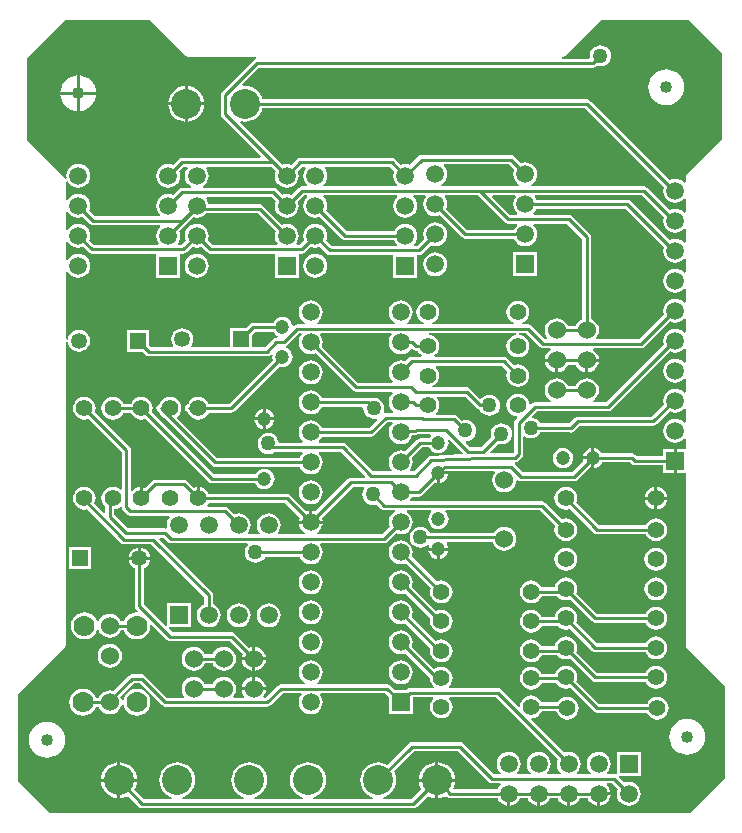
<source format=gbl>
%FSAX24Y24*%
%MOIN*%
G70*
G01*
G75*
G04 Layer_Physical_Order=2*
G04 Layer_Color=16711680*
%ADD10R,0.0591X0.0551*%
%ADD11R,0.0551X0.0591*%
%ADD12C,0.0100*%
%ADD13C,0.0472*%
%ADD14C,0.0400*%
%ADD15C,0.0591*%
%ADD16R,0.0591X0.0591*%
%ADD17C,0.1000*%
%ADD18R,0.0591X0.0591*%
%ADD19C,0.0532*%
%ADD20R,0.0532X0.0532*%
%ADD21C,0.0551*%
%ADD22C,0.0600*%
%ADD23C,0.0700*%
%ADD24C,0.0500*%
G36*
X025072Y030142D02*
X025121Y030109D01*
X025180Y030097D01*
X025471D01*
X025488Y030047D01*
X025468Y030032D01*
X025405Y029949D01*
X025386Y029903D01*
X023813D01*
X023116Y030600D01*
X023135Y030647D01*
X023149Y030750D01*
X023135Y030853D01*
X023095Y030949D01*
X023059Y030997D01*
X023083Y031047D01*
X024167D01*
X025072Y030142D01*
D02*
G37*
G36*
X030369Y030314D02*
X030365Y030303D01*
X030351Y030200D01*
X030365Y030097D01*
X030405Y030001D01*
X030468Y029918D01*
X030551Y029855D01*
X030647Y029815D01*
X030750Y029801D01*
X030853Y029815D01*
X030949Y029855D01*
X031032Y029918D01*
X031047Y029938D01*
X031097Y029921D01*
Y029479D01*
X031047Y029462D01*
X031032Y029482D01*
X030949Y029545D01*
X030853Y029585D01*
X030750Y029599D01*
X030647Y029585D01*
X030565Y029551D01*
X029258Y030858D01*
X029209Y030891D01*
X029150Y030903D01*
X026114D01*
X026095Y030949D01*
X026059Y030997D01*
X026083Y031047D01*
X029637D01*
X030369Y030314D01*
D02*
G37*
G36*
X010505Y030501D02*
X010568Y030418D01*
X010651Y030355D01*
X010747Y030315D01*
X010850Y030301D01*
X010953Y030315D01*
X011000Y030334D01*
X011242Y030092D01*
X011291Y030059D01*
X011350Y030047D01*
X013571D01*
X013588Y029997D01*
X013568Y029982D01*
X013505Y029899D01*
X013465Y029803D01*
X013451Y029700D01*
X013465Y029597D01*
X013505Y029501D01*
X013541Y029453D01*
X013517Y029403D01*
X011363D01*
X011216Y029550D01*
X011235Y029597D01*
X011249Y029700D01*
X011235Y029803D01*
X011195Y029899D01*
X011132Y029982D01*
X011049Y030045D01*
X010953Y030085D01*
X010850Y030099D01*
X010747Y030085D01*
X010651Y030045D01*
X010568Y029982D01*
X010505Y029899D01*
X010502Y029893D01*
X010452Y029903D01*
Y030497D01*
X010502Y030507D01*
X010505Y030501D01*
D02*
G37*
G36*
X017434Y029850D02*
X017415Y029803D01*
X017401Y029700D01*
X017415Y029597D01*
X017455Y029501D01*
X017491Y029453D01*
X017467Y029403D01*
X015313D01*
X015166Y029550D01*
X015185Y029597D01*
X015199Y029700D01*
X015185Y029803D01*
X015145Y029899D01*
X015082Y029982D01*
X014999Y030045D01*
X014903Y030085D01*
X014800Y030099D01*
X014697Y030085D01*
X014601Y030045D01*
X014518Y029982D01*
X014455Y029899D01*
X014415Y029803D01*
X014401Y029700D01*
X014415Y029597D01*
X014434Y029550D01*
X014287Y029403D01*
X014183D01*
X014159Y029453D01*
X014195Y029501D01*
X014235Y029597D01*
X014249Y029700D01*
X014235Y029803D01*
X014216Y029850D01*
X014686Y030319D01*
X014697Y030315D01*
X014800Y030301D01*
X014903Y030315D01*
X014999Y030355D01*
X015082Y030418D01*
X015104Y030447D01*
X016837D01*
X017434Y029850D01*
D02*
G37*
G36*
X025441Y030997D02*
X025405Y030949D01*
X025365Y030853D01*
X025351Y030750D01*
X025365Y030647D01*
X025405Y030551D01*
X025468Y030468D01*
X025488Y030453D01*
X025471Y030403D01*
X025243D01*
X024645Y031001D01*
X024665Y031047D01*
X025417D01*
X025441Y030997D01*
D02*
G37*
G36*
X022441D02*
X022405Y030949D01*
X022365Y030853D01*
X022351Y030750D01*
X022365Y030647D01*
X022405Y030551D01*
X022468Y030468D01*
X022551Y030405D01*
X022647Y030365D01*
X022750Y030351D01*
X022853Y030365D01*
X022900Y030384D01*
X023642Y029642D01*
X023691Y029609D01*
X023750Y029597D01*
X025386D01*
X025405Y029551D01*
X025468Y029468D01*
X025551Y029405D01*
X025647Y029365D01*
X025750Y029351D01*
X025853Y029365D01*
X025949Y029405D01*
X026032Y029468D01*
X026095Y029551D01*
X026135Y029647D01*
X026149Y029750D01*
X026135Y029853D01*
X026095Y029949D01*
X026032Y030032D01*
X026012Y030047D01*
X026029Y030097D01*
X027137D01*
X027647Y029587D01*
Y026920D01*
X027598Y026899D01*
X027515Y026835D01*
X027451Y026752D01*
X027430Y026703D01*
X027170D01*
X027149Y026752D01*
X027085Y026835D01*
X027002Y026899D01*
X026904Y026940D01*
X026800Y026953D01*
X026696Y026940D01*
X026598Y026899D01*
X026515Y026835D01*
X026451Y026752D01*
X026410Y026654D01*
X026397Y026550D01*
X026410Y026446D01*
X026451Y026348D01*
X026485Y026303D01*
X026461Y026253D01*
X026413D01*
X025958Y026708D01*
X025909Y026741D01*
X025850Y026753D01*
X025654D01*
X025644Y026803D01*
X025689Y026822D01*
X025768Y026882D01*
X025828Y026961D01*
X025866Y027052D01*
X025879Y027150D01*
X025866Y027248D01*
X025828Y027339D01*
X025768Y027418D01*
X025689Y027478D01*
X025598Y027516D01*
X025500Y027529D01*
X025402Y027516D01*
X025311Y027478D01*
X025232Y027418D01*
X025172Y027339D01*
X025134Y027248D01*
X025121Y027150D01*
X025134Y027052D01*
X025172Y026961D01*
X025232Y026882D01*
X025311Y026822D01*
X025356Y026803D01*
X025346Y026753D01*
X022654D01*
X022644Y026803D01*
X022689Y026822D01*
X022768Y026882D01*
X022828Y026961D01*
X022866Y027052D01*
X022879Y027150D01*
X022866Y027248D01*
X022828Y027339D01*
X022768Y027418D01*
X022689Y027478D01*
X022598Y027516D01*
X022500Y027529D01*
X022402Y027516D01*
X022311Y027478D01*
X022232Y027418D01*
X022172Y027339D01*
X022134Y027248D01*
X022121Y027150D01*
X022134Y027052D01*
X022172Y026961D01*
X022232Y026882D01*
X022311Y026822D01*
X022356Y026803D01*
X022346Y026753D01*
X021805D01*
X021795Y026803D01*
X021799Y026805D01*
X021882Y026868D01*
X021945Y026951D01*
X021985Y027047D01*
X021999Y027150D01*
X021985Y027253D01*
X021945Y027349D01*
X021882Y027432D01*
X021799Y027495D01*
X021703Y027535D01*
X021600Y027549D01*
X021497Y027535D01*
X021401Y027495D01*
X021318Y027432D01*
X021255Y027349D01*
X021215Y027253D01*
X021201Y027150D01*
X021215Y027047D01*
X021255Y026951D01*
X021318Y026868D01*
X021401Y026805D01*
X021405Y026803D01*
X021395Y026753D01*
X018805D01*
X018795Y026803D01*
X018799Y026805D01*
X018882Y026868D01*
X018945Y026951D01*
X018985Y027047D01*
X018999Y027150D01*
X018985Y027253D01*
X018945Y027349D01*
X018882Y027432D01*
X018799Y027495D01*
X018703Y027535D01*
X018600Y027549D01*
X018497Y027535D01*
X018401Y027495D01*
X018318Y027432D01*
X018255Y027349D01*
X018215Y027253D01*
X018201Y027150D01*
X018215Y027047D01*
X018255Y026951D01*
X018318Y026868D01*
X018401Y026805D01*
X018405Y026803D01*
X018395Y026753D01*
X018150D01*
X018091Y026741D01*
X018042Y026708D01*
X018028Y026695D01*
X017981Y026711D01*
X017978Y026738D01*
X017944Y026820D01*
X017890Y026890D01*
X017820Y026944D01*
X017738Y026978D01*
X017650Y026989D01*
X017562Y026978D01*
X017480Y026944D01*
X017410Y026890D01*
X017356Y026820D01*
X017349Y026803D01*
X016684D01*
X016635Y026793D01*
X016626Y026791D01*
X016576Y026758D01*
X016434Y026616D01*
X015919D01*
Y025983D01*
X014635D01*
X014610Y026033D01*
X014635Y026066D01*
X014672Y026155D01*
X014685Y026250D01*
X014672Y026345D01*
X014635Y026434D01*
X014577Y026511D01*
X014500Y026569D01*
X014411Y026606D01*
X014316Y026619D01*
X014220Y026606D01*
X014131Y026569D01*
X014055Y026511D01*
X013996Y026434D01*
X013959Y026345D01*
X013947Y026250D01*
X013959Y026155D01*
X013996Y026066D01*
X014021Y026033D01*
X013997Y025983D01*
X013268D01*
X013200Y026051D01*
Y026566D01*
X012469D01*
Y025834D01*
X012984D01*
X013096Y025722D01*
X013146Y025689D01*
X013204Y025677D01*
X017130D01*
X017189Y025689D01*
X017238Y025722D01*
X017275Y025758D01*
X017319Y025739D01*
X017322Y025735D01*
X017311Y025650D01*
X017322Y025562D01*
X017329Y025546D01*
X015887Y024103D01*
X015193D01*
X015178Y024139D01*
X015118Y024218D01*
X015039Y024278D01*
X014948Y024316D01*
X014850Y024329D01*
X014752Y024316D01*
X014661Y024278D01*
X014582Y024218D01*
X014522Y024139D01*
X014503Y024094D01*
X014491Y024091D01*
X014442Y024058D01*
X014409Y024009D01*
X014397Y023950D01*
X014409Y023891D01*
X014442Y023842D01*
X014491Y023809D01*
X014503Y023806D01*
X014522Y023761D01*
X014582Y023682D01*
X014661Y023622D01*
X014752Y023584D01*
X014850Y023571D01*
X014948Y023584D01*
X015039Y023622D01*
X015118Y023682D01*
X015178Y023761D01*
X015193Y023797D01*
X015950D01*
X016009Y023809D01*
X016058Y023842D01*
X017546Y025329D01*
X017562Y025322D01*
X017650Y025311D01*
X017738Y025322D01*
X017820Y025356D01*
X017890Y025410D01*
X017944Y025480D01*
X017978Y025562D01*
X017989Y025650D01*
X017978Y025738D01*
X017944Y025820D01*
X017890Y025890D01*
X017820Y025944D01*
X017773Y025963D01*
X017771Y025971D01*
X017772Y026018D01*
X017808Y026042D01*
X018213Y026447D01*
X018267D01*
X018291Y026397D01*
X018255Y026349D01*
X018215Y026253D01*
X018201Y026150D01*
X018215Y026047D01*
X018255Y025951D01*
X018318Y025868D01*
X018401Y025805D01*
X018497Y025765D01*
X018600Y025751D01*
X018703Y025765D01*
X018750Y025784D01*
X019992Y024542D01*
X020041Y024509D01*
X020100Y024497D01*
X021321D01*
X021338Y024447D01*
X021318Y024432D01*
X021255Y024349D01*
X021215Y024253D01*
X021201Y024150D01*
X021215Y024047D01*
X021255Y023951D01*
X021318Y023868D01*
X021351Y023843D01*
X021334Y023793D01*
X021100D01*
X021065Y023786D01*
X021028Y023828D01*
X021041Y023859D01*
X021053Y023950D01*
X021041Y024041D01*
X021006Y024127D01*
X020950Y024200D01*
X020877Y024256D01*
X020791Y024291D01*
X020700Y024303D01*
X020609Y024291D01*
X020578Y024278D01*
X020559Y024291D01*
X020500Y024303D01*
X018964D01*
X018945Y024349D01*
X018882Y024432D01*
X018799Y024495D01*
X018703Y024535D01*
X018600Y024549D01*
X018497Y024535D01*
X018401Y024495D01*
X018318Y024432D01*
X018255Y024349D01*
X018215Y024253D01*
X018201Y024150D01*
X018215Y024047D01*
X018255Y023951D01*
X018318Y023868D01*
X018401Y023805D01*
X018497Y023765D01*
X018600Y023751D01*
X018703Y023765D01*
X018799Y023805D01*
X018882Y023868D01*
X018945Y023951D01*
X018964Y023997D01*
X020315D01*
X020348Y023959D01*
X020347Y023950D01*
X020359Y023859D01*
X020394Y023773D01*
X020450Y023700D01*
X020523Y023644D01*
X020609Y023609D01*
X020700Y023597D01*
X020781Y023608D01*
X020801Y023579D01*
X020807Y023563D01*
X020547Y023303D01*
X018964D01*
X018945Y023349D01*
X018882Y023432D01*
X018799Y023495D01*
X018703Y023535D01*
X018600Y023549D01*
X018497Y023535D01*
X018401Y023495D01*
X018318Y023432D01*
X018255Y023349D01*
X018215Y023253D01*
X018201Y023150D01*
X018215Y023047D01*
X018255Y022951D01*
X018318Y022868D01*
X018338Y022853D01*
X018321Y022803D01*
X017530D01*
X017521Y022871D01*
X017486Y022957D01*
X017430Y023030D01*
X017357Y023086D01*
X017271Y023121D01*
X017180Y023133D01*
X017089Y023121D01*
X017003Y023086D01*
X016930Y023030D01*
X016874Y022957D01*
X016839Y022871D01*
X016827Y022780D01*
X016839Y022689D01*
X016874Y022603D01*
X016930Y022530D01*
X017003Y022474D01*
X017089Y022439D01*
X017180Y022427D01*
X017271Y022439D01*
X017357Y022474D01*
X017386Y022497D01*
X018321D01*
X018338Y022447D01*
X018318Y022432D01*
X018255Y022349D01*
X018236Y022303D01*
X015463D01*
X014147Y023619D01*
X014151Y023669D01*
X014168Y023682D01*
X014228Y023761D01*
X014266Y023852D01*
X014279Y023950D01*
X014266Y024048D01*
X014228Y024139D01*
X014168Y024218D01*
X014089Y024278D01*
X013998Y024316D01*
X013900Y024329D01*
X013802Y024316D01*
X013711Y024278D01*
X013632Y024218D01*
X013572Y024139D01*
X013553Y024094D01*
X013541Y024091D01*
X013492Y024058D01*
X013459Y024009D01*
X013447Y023950D01*
X013459Y023891D01*
X013492Y023842D01*
X013571Y023763D01*
X013572Y023761D01*
X013632Y023682D01*
X013711Y023622D01*
X013713Y023621D01*
X015292Y022042D01*
X015341Y022009D01*
X015351Y022007D01*
X015400Y021997D01*
X018236D01*
X018255Y021951D01*
X018318Y021868D01*
X018401Y021805D01*
X018497Y021765D01*
X018600Y021751D01*
X018703Y021765D01*
X018799Y021805D01*
X018882Y021868D01*
X018945Y021951D01*
X018985Y022047D01*
X018999Y022150D01*
X018985Y022253D01*
X018945Y022349D01*
X018882Y022432D01*
X018862Y022447D01*
X018879Y022497D01*
X019597D01*
X020414Y021679D01*
X020395Y021633D01*
X019930D01*
X019872Y021622D01*
X019822Y021588D01*
X018750Y020516D01*
X018703Y020535D01*
X018650Y020542D01*
Y020200D01*
X018992D01*
X018985Y020253D01*
X018966Y020300D01*
X019994Y021327D01*
X020362D01*
X020384Y021282D01*
X020364Y021257D01*
X020329Y021171D01*
X020317Y021080D01*
X020329Y020989D01*
X020364Y020903D01*
X020420Y020830D01*
X020493Y020774D01*
X020579Y020739D01*
X020670Y020727D01*
X020761Y020739D01*
X020785Y020749D01*
X020942Y020592D01*
X020991Y020559D01*
X021050Y020547D01*
X021395D01*
X021405Y020497D01*
X021401Y020495D01*
X021318Y020432D01*
X021255Y020349D01*
X021215Y020253D01*
X021201Y020150D01*
X021215Y020047D01*
X021234Y020000D01*
X020987Y019753D01*
X018805D01*
X018795Y019803D01*
X018799Y019805D01*
X018882Y019868D01*
X018945Y019951D01*
X018985Y020047D01*
X018992Y020100D01*
X018208D01*
X018215Y020047D01*
X018255Y019951D01*
X018318Y019868D01*
X018401Y019805D01*
X018405Y019803D01*
X018395Y019753D01*
X017533D01*
X017509Y019803D01*
X017545Y019851D01*
X017585Y019947D01*
X017599Y020050D01*
X017585Y020153D01*
X017545Y020249D01*
X017482Y020332D01*
X017399Y020395D01*
X017303Y020435D01*
X017200Y020449D01*
X017097Y020435D01*
X017001Y020395D01*
X016918Y020332D01*
X016855Y020249D01*
X016815Y020153D01*
X016801Y020050D01*
X016815Y019947D01*
X016855Y019851D01*
X016891Y019803D01*
X016867Y019753D01*
X016533D01*
X016509Y019803D01*
X016545Y019851D01*
X016585Y019947D01*
X016599Y020050D01*
X016585Y020153D01*
X016545Y020249D01*
X016482Y020332D01*
X016399Y020395D01*
X016303Y020435D01*
X016200Y020449D01*
X016097Y020435D01*
X016050Y020416D01*
X015838Y020628D01*
X015789Y020661D01*
X015730Y020673D01*
X015174D01*
X015149Y020723D01*
X015178Y020761D01*
X015193Y020797D01*
X017737D01*
X018234Y020300D01*
X018215Y020253D01*
X018208Y020200D01*
X018550D01*
Y020542D01*
X018497Y020535D01*
X018450Y020516D01*
X017908Y021058D01*
X017859Y021091D01*
X017800Y021103D01*
X015193D01*
X015178Y021139D01*
X015118Y021218D01*
X015039Y021278D01*
X014948Y021316D01*
X014900Y021322D01*
Y020950D01*
X014800D01*
Y021322D01*
X014752Y021316D01*
X014715Y021301D01*
X014488Y021528D01*
X014439Y021561D01*
X014380Y021573D01*
X013420D01*
X013361Y021561D01*
X013312Y021528D01*
X013085Y021301D01*
X013048Y021316D01*
X013000Y021322D01*
Y020950D01*
X012900D01*
Y021322D01*
X012852Y021316D01*
X012761Y021278D01*
X012682Y021218D01*
X012653Y021180D01*
X012603Y021197D01*
Y022550D01*
X012591Y022609D01*
X012558Y022658D01*
X011401Y023815D01*
X011416Y023852D01*
X011429Y023950D01*
X011416Y024048D01*
X011378Y024139D01*
X011318Y024218D01*
X011239Y024278D01*
X011148Y024316D01*
X011050Y024329D01*
X010952Y024316D01*
X010861Y024278D01*
X010782Y024218D01*
X010722Y024139D01*
X010684Y024048D01*
X010671Y023950D01*
X010684Y023852D01*
X010722Y023761D01*
X010782Y023682D01*
X010861Y023622D01*
X010952Y023584D01*
X011050Y023571D01*
X011148Y023584D01*
X011185Y023599D01*
X012297Y022487D01*
Y021258D01*
X012247Y021234D01*
X012189Y021278D01*
X012098Y021316D01*
X012000Y021329D01*
X011902Y021316D01*
X011811Y021278D01*
X011732Y021218D01*
X011672Y021139D01*
X011634Y021048D01*
X011621Y020950D01*
X011634Y020852D01*
X011672Y020761D01*
X011732Y020682D01*
X011747Y020671D01*
Y020485D01*
X011701Y020465D01*
X011386Y020780D01*
X011416Y020852D01*
X011429Y020950D01*
X011416Y021048D01*
X011378Y021139D01*
X011318Y021218D01*
X011239Y021278D01*
X011148Y021316D01*
X011050Y021329D01*
X010952Y021316D01*
X010861Y021278D01*
X010782Y021218D01*
X010722Y021139D01*
X010684Y021048D01*
X010671Y020950D01*
X010684Y020852D01*
X010722Y020761D01*
X010782Y020682D01*
X010861Y020622D01*
X010952Y020584D01*
X011050Y020571D01*
X011148Y020584D01*
X011149Y020585D01*
X012272Y019462D01*
X012321Y019429D01*
X012331Y019427D01*
X012380Y019417D01*
X013287D01*
X015047Y017657D01*
Y017414D01*
X015001Y017395D01*
X014918Y017332D01*
X014855Y017249D01*
X014815Y017153D01*
X014801Y017050D01*
X014815Y016947D01*
X014855Y016851D01*
X014918Y016768D01*
X015001Y016705D01*
X015097Y016665D01*
X015200Y016651D01*
X015303Y016665D01*
X015399Y016705D01*
X015482Y016768D01*
X015545Y016851D01*
X015585Y016947D01*
X015599Y017050D01*
X015585Y017153D01*
X015545Y017249D01*
X015482Y017332D01*
X015399Y017395D01*
X015353Y017414D01*
Y017720D01*
X015341Y017779D01*
X015308Y017828D01*
X013545Y019591D01*
X013565Y019637D01*
X013687D01*
X013832Y019492D01*
X013881Y019459D01*
X013940Y019447D01*
X016484D01*
X016496Y019414D01*
X016498Y019397D01*
X016444Y019327D01*
X016409Y019241D01*
X016397Y019150D01*
X016409Y019059D01*
X016444Y018973D01*
X016500Y018900D01*
X016573Y018844D01*
X016659Y018809D01*
X016750Y018797D01*
X016841Y018809D01*
X016927Y018844D01*
X017000Y018900D01*
X017056Y018973D01*
X017065Y018997D01*
X018236D01*
X018255Y018951D01*
X018318Y018868D01*
X018401Y018805D01*
X018497Y018765D01*
X018600Y018751D01*
X018703Y018765D01*
X018799Y018805D01*
X018882Y018868D01*
X018945Y018951D01*
X018985Y019047D01*
X018999Y019150D01*
X018985Y019253D01*
X018945Y019349D01*
X018909Y019397D01*
X018933Y019447D01*
X021050D01*
X021109Y019459D01*
X021158Y019492D01*
X021450Y019784D01*
X021497Y019765D01*
X021600Y019751D01*
X021703Y019765D01*
X021799Y019805D01*
X021882Y019868D01*
X021945Y019951D01*
X021985Y020047D01*
X021999Y020150D01*
X021985Y020253D01*
X021945Y020349D01*
X021882Y020432D01*
X021799Y020495D01*
X021795Y020497D01*
X021805Y020547D01*
X022603D01*
X022620Y020497D01*
X022610Y020490D01*
X022556Y020420D01*
X022522Y020338D01*
X022511Y020250D01*
X022522Y020162D01*
X022556Y020080D01*
X022610Y020010D01*
X022680Y019956D01*
X022762Y019922D01*
X022850Y019911D01*
X022938Y019922D01*
X023020Y019956D01*
X023090Y020010D01*
X023144Y020080D01*
X023178Y020162D01*
X023189Y020250D01*
X023178Y020338D01*
X023144Y020420D01*
X023090Y020490D01*
X023080Y020497D01*
X023097Y020547D01*
X026240D01*
X026749Y020038D01*
X026734Y020002D01*
X026721Y019904D01*
X026734Y019805D01*
X026772Y019714D01*
X026832Y019636D01*
X026911Y019575D01*
X027002Y019538D01*
X027100Y019525D01*
X027198Y019538D01*
X027289Y019575D01*
X027368Y019636D01*
X027428Y019714D01*
X027466Y019805D01*
X027479Y019904D01*
X027466Y020002D01*
X027428Y020093D01*
X027368Y020171D01*
X027289Y020232D01*
X027198Y020269D01*
X027100Y020282D01*
X027002Y020269D01*
X026965Y020254D01*
X026412Y020808D01*
X026362Y020841D01*
X026304Y020853D01*
X021933D01*
X021909Y020903D01*
X021945Y020951D01*
X021964Y020997D01*
X022200D01*
X022259Y021009D01*
X022308Y021042D01*
X022746Y021479D01*
X022762Y021472D01*
X022800Y021467D01*
Y021800D01*
X022850D01*
Y021850D01*
X023216D01*
X023220Y021855D01*
X024716D01*
X024741Y021805D01*
X024701Y021752D01*
X024660Y021654D01*
X024647Y021550D01*
X024660Y021446D01*
X024701Y021348D01*
X024765Y021265D01*
X024848Y021201D01*
X024946Y021160D01*
X025050Y021147D01*
X025154Y021160D01*
X025252Y021201D01*
X025335Y021265D01*
X025399Y021348D01*
X025440Y021446D01*
X025452Y021541D01*
X025479Y021557D01*
X025502Y021561D01*
X025551Y021529D01*
X025610Y021517D01*
X027370D01*
X027429Y021529D01*
X027478Y021562D01*
X027896Y021979D01*
X027912Y021972D01*
X027950Y021967D01*
Y022250D01*
X027667D01*
X027672Y022212D01*
X027679Y022196D01*
X027307Y021823D01*
X025673D01*
X025399Y022097D01*
X025402Y022119D01*
X025418Y022149D01*
X025465Y022159D01*
X025514Y022192D01*
X025634Y022311D01*
X025667Y022361D01*
X025679Y022419D01*
Y022992D01*
X025723Y023014D01*
X025749Y022994D01*
X025834Y022959D01*
X025926Y022947D01*
X026017Y022959D01*
X026102Y022994D01*
X026175Y023050D01*
X026231Y023123D01*
X026241Y023147D01*
X027201D01*
X027206Y023144D01*
X027265Y023132D01*
X027324Y023144D01*
X027373Y023177D01*
X027563Y023367D01*
X030020D01*
X030079Y023379D01*
X030128Y023412D01*
X030565Y023849D01*
X030647Y023815D01*
X030750Y023801D01*
X030853Y023815D01*
X030949Y023855D01*
X031032Y023918D01*
X031047Y023938D01*
X031097Y023921D01*
Y023479D01*
X031047Y023462D01*
X031032Y023482D01*
X030949Y023545D01*
X030853Y023585D01*
X030750Y023599D01*
X030647Y023585D01*
X030551Y023545D01*
X030468Y023482D01*
X030405Y023399D01*
X030365Y023303D01*
X030351Y023200D01*
X030365Y023097D01*
X030405Y023001D01*
X030468Y022918D01*
X030551Y022855D01*
X030647Y022815D01*
X030750Y022801D01*
X030853Y022815D01*
X030949Y022855D01*
X031032Y022918D01*
X031047Y022938D01*
X031097Y022921D01*
Y022595D01*
X030800D01*
Y022200D01*
Y021805D01*
X031097D01*
Y016050D01*
X031109Y015991D01*
X031142Y015942D01*
X032397Y014687D01*
Y011613D01*
X031237Y010453D01*
X009913D01*
X008828Y011538D01*
Y014415D01*
X010407Y015995D01*
X010441Y016044D01*
X010452Y016103D01*
Y026155D01*
X010502Y026159D01*
X010509Y026105D01*
X010546Y026016D01*
X010605Y025939D01*
X010681Y025881D01*
X010770Y025844D01*
X010866Y025831D01*
X010961Y025844D01*
X011050Y025881D01*
X011127Y025939D01*
X011185Y026016D01*
X011222Y026105D01*
X011235Y026200D01*
X011222Y026295D01*
X011185Y026384D01*
X011127Y026461D01*
X011050Y026519D01*
X010961Y026556D01*
X010866Y026569D01*
X010770Y026556D01*
X010681Y026519D01*
X010605Y026461D01*
X010546Y026384D01*
X010509Y026295D01*
X010502Y026241D01*
X010452Y026245D01*
Y028497D01*
X010502Y028507D01*
X010505Y028501D01*
X010568Y028418D01*
X010651Y028355D01*
X010747Y028315D01*
X010850Y028301D01*
X010953Y028315D01*
X011049Y028355D01*
X011132Y028418D01*
X011195Y028501D01*
X011235Y028597D01*
X011249Y028700D01*
X011235Y028803D01*
X011195Y028899D01*
X011132Y028982D01*
X011049Y029045D01*
X010953Y029085D01*
X010850Y029099D01*
X010747Y029085D01*
X010651Y029045D01*
X010568Y028982D01*
X010505Y028899D01*
X010502Y028893D01*
X010452Y028903D01*
Y029497D01*
X010502Y029507D01*
X010505Y029501D01*
X010568Y029418D01*
X010651Y029355D01*
X010747Y029315D01*
X010850Y029301D01*
X010953Y029315D01*
X011000Y029334D01*
X011192Y029142D01*
X011241Y029109D01*
X011300Y029097D01*
X013405D01*
X013455Y029095D01*
X013455Y029047D01*
Y028305D01*
X014245D01*
Y029047D01*
X014245Y029095D01*
X014295Y029097D01*
X014350D01*
X014409Y029109D01*
X014458Y029142D01*
X014650Y029334D01*
X014697Y029315D01*
X014800Y029301D01*
X014903Y029315D01*
X014950Y029334D01*
X015142Y029142D01*
X015191Y029109D01*
X015250Y029097D01*
X017355D01*
X017405Y029095D01*
X017405Y029047D01*
Y028305D01*
X018195D01*
Y029047D01*
X018195Y029095D01*
X018245Y029097D01*
X018300D01*
X018359Y029109D01*
X018408Y029142D01*
X018600Y029334D01*
X018647Y029315D01*
X018750Y029301D01*
X018853Y029315D01*
X018900Y029334D01*
X019132Y029102D01*
X019181Y029069D01*
X019240Y029057D01*
X021355D01*
Y028305D01*
X022145D01*
Y029057D01*
X022210D01*
X022269Y029069D01*
X022318Y029102D01*
X022600Y029384D01*
X022647Y029365D01*
X022750Y029351D01*
X022853Y029365D01*
X022949Y029405D01*
X023032Y029468D01*
X023095Y029551D01*
X023135Y029647D01*
X023149Y029750D01*
X023135Y029853D01*
X023095Y029949D01*
X023032Y030032D01*
X022949Y030095D01*
X022853Y030135D01*
X022750Y030149D01*
X022647Y030135D01*
X022551Y030095D01*
X022468Y030032D01*
X022405Y029949D01*
X022365Y029853D01*
X022351Y029750D01*
X022365Y029647D01*
X022384Y029600D01*
X022147Y029363D01*
X022038D01*
X022022Y029410D01*
X022032Y029418D01*
X022095Y029501D01*
X022135Y029597D01*
X022149Y029700D01*
X022135Y029803D01*
X022095Y029899D01*
X022032Y029982D01*
X021949Y030045D01*
X021853Y030085D01*
X021750Y030099D01*
X021647Y030085D01*
X021551Y030045D01*
X021468Y029982D01*
X021405Y029899D01*
X021386Y029853D01*
X019813D01*
X019116Y030550D01*
X019135Y030597D01*
X019149Y030700D01*
X019135Y030803D01*
X019095Y030899D01*
X019032Y030982D01*
X019012Y030997D01*
X019029Y031047D01*
X021471D01*
X021488Y030997D01*
X021468Y030982D01*
X021405Y030899D01*
X021365Y030803D01*
X021351Y030700D01*
X021365Y030597D01*
X021405Y030501D01*
X021468Y030418D01*
X021551Y030355D01*
X021647Y030315D01*
X021750Y030301D01*
X021853Y030315D01*
X021949Y030355D01*
X022032Y030418D01*
X022095Y030501D01*
X022135Y030597D01*
X022149Y030700D01*
X022135Y030803D01*
X022095Y030899D01*
X022032Y030982D01*
X022012Y030997D01*
X022029Y031047D01*
X022417D01*
X022441Y030997D01*
D02*
G37*
G36*
X018488D02*
X018468Y030982D01*
X018405Y030899D01*
X018365Y030803D01*
X018351Y030700D01*
X018365Y030597D01*
X018405Y030501D01*
X018468Y030418D01*
X018551Y030355D01*
X018647Y030315D01*
X018750Y030301D01*
X018853Y030315D01*
X018900Y030334D01*
X019642Y029592D01*
X019691Y029559D01*
X019750Y029547D01*
X021386D01*
X021405Y029501D01*
X021468Y029418D01*
X021478Y029410D01*
X021462Y029363D01*
X019303D01*
X019116Y029550D01*
X019135Y029597D01*
X019149Y029700D01*
X019135Y029803D01*
X019095Y029899D01*
X019032Y029982D01*
X018949Y030045D01*
X018853Y030085D01*
X018750Y030099D01*
X018647Y030085D01*
X018551Y030045D01*
X018468Y029982D01*
X018405Y029899D01*
X018365Y029803D01*
X018351Y029700D01*
X018365Y029597D01*
X018384Y029550D01*
X018237Y029403D01*
X018133D01*
X018109Y029453D01*
X018145Y029501D01*
X018185Y029597D01*
X018199Y029700D01*
X018185Y029803D01*
X018145Y029899D01*
X018082Y029982D01*
X017999Y030045D01*
X017903Y030085D01*
X017800Y030099D01*
X017697Y030085D01*
X017650Y030066D01*
X017008Y030708D01*
X016959Y030741D01*
X016900Y030753D01*
X015192D01*
X015185Y030803D01*
X015145Y030899D01*
X015109Y030947D01*
X015133Y030997D01*
X017287D01*
X017434Y030850D01*
X017415Y030803D01*
X017401Y030700D01*
X017415Y030597D01*
X017455Y030501D01*
X017518Y030418D01*
X017601Y030355D01*
X017697Y030315D01*
X017800Y030301D01*
X017903Y030315D01*
X017999Y030355D01*
X018082Y030418D01*
X018145Y030501D01*
X018185Y030597D01*
X018199Y030700D01*
X018185Y030803D01*
X018166Y030850D01*
X018363Y031047D01*
X018471D01*
X018488Y030997D01*
D02*
G37*
G36*
X030369Y029314D02*
X030365Y029303D01*
X030351Y029200D01*
X030365Y029097D01*
X030405Y029001D01*
X030468Y028918D01*
X030551Y028855D01*
X030647Y028815D01*
X030750Y028801D01*
X030853Y028815D01*
X030949Y028855D01*
X031032Y028918D01*
X031047Y028938D01*
X031097Y028921D01*
Y028479D01*
X031047Y028462D01*
X031032Y028482D01*
X030949Y028545D01*
X030853Y028585D01*
X030750Y028599D01*
X030647Y028585D01*
X030551Y028545D01*
X030468Y028482D01*
X030405Y028399D01*
X030365Y028303D01*
X030351Y028200D01*
X030365Y028097D01*
X030405Y028001D01*
X030468Y027918D01*
X030551Y027855D01*
X030647Y027815D01*
X030750Y027801D01*
X030853Y027815D01*
X030949Y027855D01*
X031032Y027918D01*
X031047Y027938D01*
X031097Y027921D01*
Y027479D01*
X031047Y027462D01*
X031032Y027482D01*
X030949Y027545D01*
X030853Y027585D01*
X030750Y027599D01*
X030647Y027585D01*
X030551Y027545D01*
X030468Y027482D01*
X030405Y027399D01*
X030365Y027303D01*
X030351Y027200D01*
X030365Y027097D01*
X030369Y027086D01*
X029537Y026253D01*
X028139D01*
X028115Y026303D01*
X028149Y026348D01*
X028190Y026446D01*
X028203Y026550D01*
X028190Y026654D01*
X028149Y026752D01*
X028085Y026835D01*
X028002Y026899D01*
X027953Y026920D01*
Y029650D01*
X027941Y029709D01*
X027908Y029758D01*
X027308Y030358D01*
X027259Y030391D01*
X027200Y030403D01*
X026029D01*
X026012Y030453D01*
X026032Y030468D01*
X026095Y030551D01*
X026114Y030597D01*
X029087D01*
X030369Y029314D01*
D02*
G37*
G36*
X021328Y023440D02*
X021318Y023432D01*
X021255Y023349D01*
X021215Y023253D01*
X021201Y023150D01*
X021215Y023047D01*
X021255Y022951D01*
X021318Y022868D01*
X021401Y022805D01*
X021497Y022765D01*
X021600Y022751D01*
X021703Y022765D01*
X021799Y022805D01*
X021882Y022868D01*
X021945Y022951D01*
X021983Y023042D01*
X022269Y023077D01*
X022582D01*
X022600Y023027D01*
X022556Y022970D01*
X022549Y022953D01*
X022250D01*
X022191Y022941D01*
X022142Y022908D01*
X021750Y022516D01*
X021703Y022535D01*
X021600Y022549D01*
X021497Y022535D01*
X021401Y022495D01*
X021318Y022432D01*
X021255Y022349D01*
X021215Y022253D01*
X021201Y022150D01*
X021215Y022047D01*
X021255Y021951D01*
X021291Y021903D01*
X021267Y021853D01*
X020673D01*
X019768Y022758D01*
X019719Y022791D01*
X019660Y022803D01*
X018879D01*
X018862Y022853D01*
X018882Y022868D01*
X018945Y022951D01*
X018964Y022997D01*
X020610D01*
X020669Y023009D01*
X020718Y023042D01*
X021163Y023487D01*
X021312D01*
X021328Y023440D01*
D02*
G37*
G36*
X023669Y022464D02*
X023651Y022418D01*
X022602Y022363D01*
X022577Y022356D01*
X022551Y022351D01*
X022548Y022349D01*
X022544Y022348D01*
X022523Y022333D01*
X022502Y022318D01*
X022037Y021853D01*
X021933D01*
X021909Y021903D01*
X021945Y021951D01*
X021985Y022047D01*
X021999Y022150D01*
X021985Y022253D01*
X021966Y022300D01*
X022313Y022647D01*
X022549D01*
X022556Y022630D01*
X022610Y022560D01*
X022680Y022506D01*
X022762Y022472D01*
X022850Y022461D01*
X022938Y022472D01*
X023020Y022506D01*
X023090Y022560D01*
X023144Y022630D01*
X023178Y022712D01*
X023189Y022800D01*
X023178Y022885D01*
X023181Y022889D01*
X023225Y022908D01*
X023669Y022464D01*
D02*
G37*
G36*
X012278Y020656D02*
X012299Y020643D01*
X012309Y020591D01*
X012342Y020542D01*
X012467Y020416D01*
X012467Y020416D01*
X012484Y020405D01*
X012517Y020383D01*
X012527Y020381D01*
X012576Y020371D01*
X013058D01*
X013080Y020367D01*
X013887D01*
X013907Y020317D01*
X013855Y020249D01*
X013815Y020153D01*
X013801Y020050D01*
X013810Y019982D01*
X013766Y019940D01*
X013750Y019943D01*
X012506D01*
X012053Y020396D01*
Y020578D01*
X012098Y020584D01*
X012189Y020622D01*
X012247Y020666D01*
X012278Y020656D01*
D02*
G37*
G36*
X021291Y026397D02*
X021255Y026349D01*
X021215Y026253D01*
X021201Y026150D01*
X021215Y026047D01*
X021255Y025951D01*
X021318Y025868D01*
X021401Y025805D01*
X021497Y025765D01*
X021600Y025751D01*
X021703Y025765D01*
X021799Y025805D01*
X021882Y025868D01*
X021922Y025921D01*
X021987Y025927D01*
X021997Y025917D01*
X022047Y025884D01*
X022105Y025872D01*
X022157D01*
X022172Y025835D01*
X022232Y025757D01*
X022289Y025713D01*
X022272Y025663D01*
X021960D01*
X021901Y025651D01*
X021852Y025618D01*
X021750Y025516D01*
X021703Y025535D01*
X021600Y025549D01*
X021497Y025535D01*
X021401Y025495D01*
X021318Y025432D01*
X021255Y025349D01*
X021215Y025253D01*
X021201Y025150D01*
X021215Y025047D01*
X021255Y024951D01*
X021318Y024868D01*
X021338Y024853D01*
X021321Y024803D01*
X020163D01*
X018966Y026000D01*
X018985Y026047D01*
X018999Y026150D01*
X018985Y026253D01*
X018945Y026349D01*
X018909Y026397D01*
X018933Y026447D01*
X021267D01*
X021291Y026397D01*
D02*
G37*
G36*
X031097Y026921D02*
Y026479D01*
X031047Y026462D01*
X031032Y026482D01*
X030949Y026545D01*
X030853Y026585D01*
X030750Y026599D01*
X030647Y026585D01*
X030551Y026545D01*
X030468Y026482D01*
X030405Y026399D01*
X030365Y026303D01*
X030351Y026200D01*
X030365Y026097D01*
X030369Y026086D01*
X028437Y024153D01*
X028030D01*
X028005Y024198D01*
X028005Y024203D01*
X028085Y024265D01*
X028149Y024348D01*
X028190Y024446D01*
X028203Y024550D01*
X028190Y024654D01*
X028149Y024752D01*
X028085Y024835D01*
X028002Y024899D01*
X027904Y024940D01*
X027800Y024953D01*
X027696Y024940D01*
X027598Y024899D01*
X027515Y024835D01*
X027451Y024752D01*
X027430Y024703D01*
X027170D01*
X027149Y024752D01*
X027085Y024835D01*
X027002Y024899D01*
X026904Y024940D01*
X026800Y024953D01*
X026696Y024940D01*
X026598Y024899D01*
X026515Y024835D01*
X026451Y024752D01*
X026410Y024654D01*
X026397Y024550D01*
X026410Y024446D01*
X026451Y024348D01*
X026515Y024265D01*
X026595Y024203D01*
X026595Y024198D01*
X026570Y024153D01*
X026060D01*
X026001Y024141D01*
X025952Y024108D01*
X025926Y024082D01*
X025873Y024100D01*
X025866Y024154D01*
X025828Y024246D01*
X025768Y024324D01*
X025689Y024384D01*
X025598Y024422D01*
X025500Y024435D01*
X025402Y024422D01*
X025311Y024384D01*
X025232Y024324D01*
X025172Y024246D01*
X025134Y024154D01*
X025121Y024056D01*
X025134Y023958D01*
X025172Y023867D01*
X025232Y023788D01*
X025311Y023728D01*
X025402Y023690D01*
X025456Y023683D01*
X025474Y023630D01*
X025417Y023574D01*
X025384Y023524D01*
X025373Y023466D01*
Y022483D01*
X025343Y022453D01*
X024585D01*
X024565Y022499D01*
X024835Y022769D01*
X024859Y022759D01*
X024950Y022747D01*
X025041Y022759D01*
X025127Y022794D01*
X025200Y022850D01*
X025256Y022923D01*
X025291Y023009D01*
X025303Y023100D01*
X025291Y023191D01*
X025256Y023277D01*
X025200Y023350D01*
X025127Y023406D01*
X025041Y023441D01*
X024950Y023453D01*
X024859Y023441D01*
X024773Y023406D01*
X024700Y023350D01*
X024644Y023277D01*
X024609Y023191D01*
X024597Y023100D01*
X024609Y023009D01*
X024619Y022985D01*
X024289Y022655D01*
X023911D01*
X023759Y022808D01*
X023777Y022860D01*
X023841Y022869D01*
X023927Y022904D01*
X024000Y022960D01*
X024056Y023033D01*
X024091Y023119D01*
X024103Y023210D01*
X024091Y023301D01*
X024056Y023387D01*
X024000Y023460D01*
X023927Y023516D01*
X023841Y023551D01*
X023750Y023563D01*
X023659Y023551D01*
X023635Y023541D01*
X023488Y023688D01*
X023439Y023721D01*
X023380Y023733D01*
X022773D01*
X022757Y023780D01*
X022768Y023788D01*
X022828Y023867D01*
X022866Y023958D01*
X022879Y024056D01*
X022866Y024154D01*
X022828Y024246D01*
X022796Y024287D01*
X022821Y024337D01*
X023737D01*
X024132Y023942D01*
X024181Y023909D01*
X024234Y023898D01*
X024244Y023873D01*
X024300Y023800D01*
X024373Y023744D01*
X024459Y023709D01*
X024550Y023697D01*
X024641Y023709D01*
X024727Y023744D01*
X024800Y023800D01*
X024856Y023873D01*
X024891Y023959D01*
X024903Y024050D01*
X024891Y024141D01*
X024856Y024227D01*
X024800Y024300D01*
X024727Y024356D01*
X024641Y024391D01*
X024550Y024403D01*
X024459Y024391D01*
X024373Y024356D01*
X024300Y024300D01*
X024283Y024277D01*
X024233Y024273D01*
X023908Y024598D01*
X023859Y024631D01*
X023800Y024643D01*
X022652D01*
X022642Y024693D01*
X022689Y024712D01*
X022768Y024773D01*
X022828Y024851D01*
X022866Y024943D01*
X022879Y025041D01*
X022866Y025139D01*
X022828Y025230D01*
X022769Y025307D01*
X022772Y025325D01*
X022782Y025357D01*
X024967D01*
X025149Y025175D01*
X025134Y025139D01*
X025121Y025041D01*
X025134Y024943D01*
X025172Y024851D01*
X025232Y024773D01*
X025311Y024712D01*
X025402Y024675D01*
X025500Y024662D01*
X025598Y024675D01*
X025689Y024712D01*
X025768Y024773D01*
X025828Y024851D01*
X025866Y024943D01*
X025879Y025041D01*
X025866Y025139D01*
X025828Y025230D01*
X025768Y025308D01*
X025689Y025369D01*
X025598Y025406D01*
X025500Y025419D01*
X025402Y025406D01*
X025365Y025391D01*
X025139Y025618D01*
X025089Y025651D01*
X025031Y025663D01*
X022728D01*
X022711Y025713D01*
X022768Y025757D01*
X022828Y025835D01*
X022866Y025927D01*
X022879Y026025D01*
X022866Y026123D01*
X022828Y026214D01*
X022768Y026293D01*
X022689Y026353D01*
X022598Y026391D01*
X022550Y026397D01*
X022553Y026447D01*
X025447D01*
X025450Y026397D01*
X025402Y026391D01*
X025311Y026353D01*
X025232Y026293D01*
X025172Y026214D01*
X025134Y026123D01*
X025121Y026025D01*
X025134Y025927D01*
X025172Y025835D01*
X025232Y025757D01*
X025311Y025697D01*
X025402Y025659D01*
X025500Y025646D01*
X025598Y025659D01*
X025689Y025697D01*
X025768Y025757D01*
X025828Y025835D01*
X025866Y025927D01*
X025879Y026025D01*
X025866Y026123D01*
X025828Y026214D01*
X025768Y026293D01*
X025689Y026353D01*
X025598Y026391D01*
X025550Y026397D01*
X025553Y026447D01*
X025787D01*
X026242Y025992D01*
X026291Y025959D01*
X026350Y025947D01*
X026570D01*
X026595Y025902D01*
X026595Y025897D01*
X026515Y025835D01*
X026451Y025752D01*
X026410Y025654D01*
X026403Y025600D01*
X026800D01*
Y025550D01*
X026850D01*
Y025153D01*
X026904Y025160D01*
X027002Y025201D01*
X027085Y025265D01*
X027149Y025348D01*
X027170Y025397D01*
X027430D01*
X027451Y025348D01*
X027515Y025265D01*
X027598Y025201D01*
X027696Y025160D01*
X027750Y025153D01*
Y025550D01*
X027800D01*
Y025600D01*
X028197D01*
X028190Y025654D01*
X028149Y025752D01*
X028085Y025835D01*
X028005Y025897D01*
X028005Y025902D01*
X028030Y025947D01*
X029600D01*
X029659Y025959D01*
X029708Y025992D01*
X030565Y026849D01*
X030647Y026815D01*
X030750Y026801D01*
X030853Y026815D01*
X030949Y026855D01*
X031032Y026918D01*
X031047Y026938D01*
X031097Y026921D01*
D02*
G37*
G36*
X017356Y026480D02*
X017410Y026410D01*
X017480Y026356D01*
X017489Y026353D01*
X017479Y026303D01*
X017450D01*
X017391Y026291D01*
X017342Y026258D01*
X017067Y025983D01*
X016650D01*
Y026399D01*
X016748Y026497D01*
X017349D01*
X017356Y026480D01*
D02*
G37*
G36*
X031097Y025921D02*
Y025479D01*
X031047Y025462D01*
X031032Y025482D01*
X030949Y025545D01*
X030853Y025585D01*
X030750Y025599D01*
X030647Y025585D01*
X030551Y025545D01*
X030468Y025482D01*
X030405Y025399D01*
X030365Y025303D01*
X030351Y025200D01*
X030365Y025097D01*
X030405Y025001D01*
X030468Y024918D01*
X030551Y024855D01*
X030647Y024815D01*
X030750Y024801D01*
X030853Y024815D01*
X030949Y024855D01*
X031032Y024918D01*
X031047Y024938D01*
X031097Y024921D01*
Y024479D01*
X031047Y024462D01*
X031032Y024482D01*
X030949Y024545D01*
X030853Y024585D01*
X030750Y024599D01*
X030647Y024585D01*
X030551Y024545D01*
X030468Y024482D01*
X030405Y024399D01*
X030365Y024303D01*
X030351Y024200D01*
X030365Y024097D01*
X030369Y024086D01*
X029957Y023673D01*
X027500D01*
X027441Y023661D01*
X027392Y023628D01*
X027217Y023453D01*
X026241D01*
X026231Y023477D01*
X026175Y023550D01*
X026102Y023606D01*
X026017Y023641D01*
X025985Y023645D01*
X025969Y023693D01*
X026123Y023847D01*
X028500D01*
X028559Y023859D01*
X028608Y023892D01*
X030565Y025849D01*
X030647Y025815D01*
X030750Y025801D01*
X030853Y025815D01*
X030949Y025855D01*
X031032Y025918D01*
X031047Y025938D01*
X031097Y025921D01*
D02*
G37*
G36*
X014442Y035692D02*
X014491Y035659D01*
X014550Y035647D01*
X016766D01*
X016770Y035597D01*
X016741Y035591D01*
X016692Y035558D01*
X015642Y034508D01*
X015609Y034459D01*
X015597Y034400D01*
Y033750D01*
X015609Y033691D01*
X015642Y033642D01*
X016935Y032349D01*
X016915Y032303D01*
X014300D01*
X014241Y032291D01*
X014192Y032258D01*
X014000Y032066D01*
X013953Y032085D01*
X013850Y032099D01*
X013747Y032085D01*
X013651Y032045D01*
X013568Y031982D01*
X013505Y031899D01*
X013465Y031803D01*
X013451Y031700D01*
X013465Y031597D01*
X013505Y031501D01*
X013568Y031418D01*
X013651Y031355D01*
X013747Y031315D01*
X013850Y031301D01*
X013953Y031315D01*
X014049Y031355D01*
X014132Y031418D01*
X014195Y031501D01*
X014235Y031597D01*
X014249Y031700D01*
X014235Y031803D01*
X014216Y031850D01*
X014363Y031997D01*
X014467D01*
X014491Y031947D01*
X014455Y031899D01*
X014415Y031803D01*
X014401Y031700D01*
X014415Y031597D01*
X014455Y031501D01*
X014518Y031418D01*
X014601Y031355D01*
X014605Y031353D01*
X014595Y031303D01*
X014300D01*
X014241Y031291D01*
X014192Y031258D01*
X014000Y031066D01*
X013953Y031085D01*
X013850Y031099D01*
X013747Y031085D01*
X013651Y031045D01*
X013568Y030982D01*
X013505Y030899D01*
X013465Y030803D01*
X013451Y030700D01*
X013465Y030597D01*
X013505Y030501D01*
X013568Y030418D01*
X013588Y030403D01*
X013571Y030353D01*
X011413D01*
X011216Y030550D01*
X011235Y030597D01*
X011249Y030700D01*
X011235Y030803D01*
X011195Y030899D01*
X011132Y030982D01*
X011049Y031045D01*
X010953Y031085D01*
X010850Y031099D01*
X010747Y031085D01*
X010651Y031045D01*
X010568Y030982D01*
X010505Y030899D01*
X010502Y030893D01*
X010452Y030903D01*
Y031501D01*
X010501Y031509D01*
X010505Y031501D01*
X010568Y031418D01*
X010651Y031355D01*
X010747Y031315D01*
X010850Y031301D01*
X010953Y031315D01*
X011049Y031355D01*
X011132Y031418D01*
X011195Y031501D01*
X011235Y031597D01*
X011249Y031700D01*
X011235Y031803D01*
X011195Y031899D01*
X011132Y031982D01*
X011049Y032045D01*
X010953Y032085D01*
X010850Y032099D01*
X010747Y032085D01*
X010651Y032045D01*
X010568Y031982D01*
X010505Y031899D01*
X010465Y031803D01*
X010451Y031700D01*
X010462Y031617D01*
X010414Y031599D01*
X010407Y031609D01*
X009153Y032863D01*
Y035637D01*
X010413Y036897D01*
X013237D01*
X014442Y035692D01*
D02*
G37*
G36*
X030369Y031314D02*
X030365Y031303D01*
X030351Y031200D01*
X030365Y031097D01*
X030405Y031001D01*
X030468Y030918D01*
X030551Y030855D01*
X030647Y030815D01*
X030750Y030801D01*
X030853Y030815D01*
X030949Y030855D01*
X031032Y030918D01*
X031047Y030938D01*
X031097Y030921D01*
Y030479D01*
X031047Y030462D01*
X031032Y030482D01*
X030949Y030545D01*
X030853Y030585D01*
X030750Y030599D01*
X030647Y030585D01*
X030565Y030551D01*
X029808Y031308D01*
X029759Y031341D01*
X029700Y031353D01*
X025955D01*
X025945Y031403D01*
X025949Y031405D01*
X026032Y031468D01*
X026095Y031551D01*
X026135Y031647D01*
X026149Y031750D01*
X026135Y031853D01*
X026095Y031949D01*
X026032Y032032D01*
X025949Y032095D01*
X025853Y032135D01*
X025750Y032149D01*
X025647Y032135D01*
X025600Y032116D01*
X025368Y032348D01*
X025319Y032381D01*
X025260Y032393D01*
X022290D01*
X022231Y032381D01*
X022182Y032348D01*
X021900Y032066D01*
X021853Y032085D01*
X021750Y032099D01*
X021647Y032085D01*
X021600Y032066D01*
X021408Y032258D01*
X021359Y032291D01*
X021300Y032303D01*
X018250D01*
X018191Y032291D01*
X018142Y032258D01*
X017950Y032066D01*
X017903Y032085D01*
X017800Y032099D01*
X017697Y032085D01*
X017650Y032066D01*
X017458Y032258D01*
X016248Y033468D01*
X016274Y033511D01*
X016282Y033509D01*
X016400Y033497D01*
X016518Y033509D01*
X016631Y033543D01*
X016735Y033599D01*
X016826Y033674D01*
X016901Y033765D01*
X016957Y033869D01*
X016981Y033947D01*
X027737D01*
X030369Y031314D01*
D02*
G37*
G36*
X032297Y035778D02*
Y032913D01*
X031142Y031758D01*
X031109Y031709D01*
X031097Y031650D01*
Y031479D01*
X031047Y031462D01*
X031032Y031482D01*
X030949Y031545D01*
X030853Y031585D01*
X030750Y031599D01*
X030647Y031585D01*
X030565Y031551D01*
X027908Y034208D01*
X027859Y034241D01*
X027800Y034253D01*
X016981D01*
X016957Y034331D01*
X016901Y034435D01*
X016826Y034526D01*
X016735Y034601D01*
X016631Y034657D01*
X016518Y034691D01*
X016400Y034703D01*
X016333Y034696D01*
X016311Y034744D01*
X016863Y035297D01*
X028000D01*
X028059Y035309D01*
X028108Y035342D01*
X028135Y035369D01*
X028159Y035359D01*
X028250Y035347D01*
X028341Y035359D01*
X028427Y035394D01*
X028500Y035450D01*
X028556Y035523D01*
X028591Y035609D01*
X028603Y035700D01*
X028591Y035791D01*
X028556Y035877D01*
X028500Y035950D01*
X028427Y036006D01*
X028341Y036041D01*
X028250Y036053D01*
X028159Y036041D01*
X028073Y036006D01*
X028000Y035950D01*
X027944Y035877D01*
X027909Y035791D01*
X027897Y035700D01*
X027903Y035653D01*
X027859Y035603D01*
X026984D01*
X026980Y035653D01*
X027009Y035659D01*
X027058Y035692D01*
X028263Y036897D01*
X031178D01*
X032297Y035778D01*
D02*
G37*
G36*
X018441Y031947D02*
X018405Y031899D01*
X018365Y031803D01*
X018351Y031700D01*
X018365Y031597D01*
X018405Y031501D01*
X018468Y031418D01*
X018488Y031403D01*
X018471Y031353D01*
X018300D01*
X018241Y031341D01*
X018192Y031308D01*
X017950Y031066D01*
X017903Y031085D01*
X017800Y031099D01*
X017697Y031085D01*
X017650Y031066D01*
X017458Y031258D01*
X017409Y031291D01*
X017350Y031303D01*
X015005D01*
X014995Y031353D01*
X014999Y031355D01*
X015082Y031418D01*
X015145Y031501D01*
X015185Y031597D01*
X015199Y031700D01*
X015185Y031803D01*
X015145Y031899D01*
X015109Y031947D01*
X015133Y031997D01*
X017287D01*
X017434Y031850D01*
X017415Y031803D01*
X017401Y031700D01*
X017415Y031597D01*
X017455Y031501D01*
X017518Y031418D01*
X017601Y031355D01*
X017697Y031315D01*
X017800Y031301D01*
X017903Y031315D01*
X017999Y031355D01*
X018082Y031418D01*
X018145Y031501D01*
X018185Y031597D01*
X018199Y031700D01*
X018185Y031803D01*
X018166Y031850D01*
X018313Y031997D01*
X018417D01*
X018441Y031947D01*
D02*
G37*
G36*
X021384Y031850D02*
X021365Y031803D01*
X021351Y031700D01*
X021365Y031597D01*
X021405Y031501D01*
X021468Y031418D01*
X021488Y031403D01*
X021471Y031353D01*
X019029D01*
X019012Y031403D01*
X019032Y031418D01*
X019095Y031501D01*
X019135Y031597D01*
X019149Y031700D01*
X019135Y031803D01*
X019095Y031899D01*
X019059Y031947D01*
X019083Y031997D01*
X021237D01*
X021384Y031850D01*
D02*
G37*
G36*
X025384Y031900D02*
X025365Y031853D01*
X025351Y031750D01*
X025365Y031647D01*
X025405Y031551D01*
X025468Y031468D01*
X025551Y031405D01*
X025555Y031403D01*
X025545Y031353D01*
X022955D01*
X022945Y031403D01*
X022949Y031405D01*
X023032Y031468D01*
X023095Y031551D01*
X023135Y031647D01*
X023149Y031750D01*
X023135Y031853D01*
X023095Y031949D01*
X023032Y032032D01*
X023022Y032040D01*
X023038Y032087D01*
X025197D01*
X025384Y031900D01*
D02*
G37*
%LPC*%
G36*
X017200Y017449D02*
X017097Y017435D01*
X017001Y017395D01*
X016918Y017332D01*
X016855Y017249D01*
X016815Y017153D01*
X016801Y017050D01*
X016815Y016947D01*
X016855Y016851D01*
X016918Y016768D01*
X017001Y016705D01*
X017097Y016665D01*
X017200Y016651D01*
X017303Y016665D01*
X017399Y016705D01*
X017482Y016768D01*
X017545Y016851D01*
X017585Y016947D01*
X017599Y017050D01*
X017585Y017153D01*
X017545Y017249D01*
X017482Y017332D01*
X017399Y017395D01*
X017303Y017435D01*
X017200Y017449D01*
D02*
G37*
G36*
X027100Y017330D02*
X027002Y017317D01*
X026911Y017279D01*
X026832Y017219D01*
X026772Y017140D01*
X026734Y017049D01*
X026728Y017004D01*
X026293D01*
X026278Y017040D01*
X026218Y017119D01*
X026139Y017179D01*
X026048Y017217D01*
X025950Y017230D01*
X025852Y017217D01*
X025761Y017179D01*
X025682Y017119D01*
X025622Y017040D01*
X025584Y016949D01*
X025571Y016851D01*
X025584Y016753D01*
X025622Y016661D01*
X025682Y016583D01*
X025761Y016523D01*
X025852Y016485D01*
X025950Y016472D01*
X026048Y016485D01*
X026139Y016523D01*
X026218Y016583D01*
X026278Y016661D01*
X026293Y016698D01*
X026821D01*
X026832Y016683D01*
X026911Y016623D01*
X027002Y016585D01*
X027100Y016572D01*
X027198Y016585D01*
X027235Y016600D01*
X027976Y015858D01*
X028026Y015825D01*
X028084Y015814D01*
X029757D01*
X029772Y015777D01*
X029832Y015699D01*
X029911Y015638D01*
X030002Y015601D01*
X030100Y015588D01*
X030198Y015601D01*
X030289Y015638D01*
X030368Y015699D01*
X030428Y015777D01*
X030466Y015868D01*
X030479Y015967D01*
X030466Y016065D01*
X030428Y016156D01*
X030368Y016234D01*
X030289Y016295D01*
X030198Y016332D01*
X030100Y016345D01*
X030002Y016332D01*
X029911Y016295D01*
X029832Y016234D01*
X029772Y016156D01*
X029757Y016119D01*
X028148D01*
X027451Y016816D01*
X027466Y016853D01*
X027479Y016951D01*
X027466Y017049D01*
X027428Y017140D01*
X027368Y017219D01*
X027289Y017279D01*
X027198Y017317D01*
X027100Y017330D01*
D02*
G37*
G36*
X018600Y017549D02*
X018497Y017535D01*
X018401Y017495D01*
X018318Y017432D01*
X018255Y017349D01*
X018215Y017253D01*
X018201Y017150D01*
X018215Y017047D01*
X018255Y016951D01*
X018318Y016868D01*
X018401Y016805D01*
X018497Y016765D01*
X018600Y016751D01*
X018703Y016765D01*
X018799Y016805D01*
X018882Y016868D01*
X018945Y016951D01*
X018985Y017047D01*
X018999Y017150D01*
X018985Y017253D01*
X018945Y017349D01*
X018882Y017432D01*
X018799Y017495D01*
X018703Y017535D01*
X018600Y017549D01*
D02*
G37*
G36*
X016200Y017449D02*
X016097Y017435D01*
X016001Y017395D01*
X015918Y017332D01*
X015855Y017249D01*
X015815Y017153D01*
X015801Y017050D01*
X015815Y016947D01*
X015855Y016851D01*
X015918Y016768D01*
X016001Y016705D01*
X016097Y016665D01*
X016200Y016651D01*
X016303Y016665D01*
X016399Y016705D01*
X016482Y016768D01*
X016545Y016851D01*
X016585Y016947D01*
X016599Y017050D01*
X016585Y017153D01*
X016545Y017249D01*
X016482Y017332D01*
X016399Y017395D01*
X016303Y017435D01*
X016200Y017449D01*
D02*
G37*
G36*
X012150Y011500D02*
X011602D01*
X011609Y011432D01*
X011643Y011319D01*
X011699Y011215D01*
X011774Y011124D01*
X011865Y011049D01*
X011969Y010993D01*
X012082Y010959D01*
X012150Y010952D01*
Y011500D01*
D02*
G37*
G36*
X027100Y016345D02*
X027002Y016332D01*
X026911Y016295D01*
X026832Y016234D01*
X026772Y016156D01*
X026734Y016065D01*
X026728Y016019D01*
X026293D01*
X026278Y016056D01*
X026218Y016134D01*
X026139Y016195D01*
X026048Y016232D01*
X025950Y016245D01*
X025852Y016232D01*
X025761Y016195D01*
X025682Y016134D01*
X025622Y016056D01*
X025584Y015965D01*
X025571Y015867D01*
X025584Y015768D01*
X025622Y015677D01*
X025682Y015599D01*
X025761Y015538D01*
X025852Y015501D01*
X025950Y015488D01*
X026048Y015501D01*
X026139Y015538D01*
X026218Y015599D01*
X026278Y015677D01*
X026293Y015714D01*
X026821D01*
X026832Y015699D01*
X026911Y015638D01*
X027002Y015601D01*
X027100Y015588D01*
X027198Y015601D01*
X027235Y015616D01*
X027976Y014874D01*
X028026Y014841D01*
X028084Y014829D01*
X029757D01*
X029772Y014793D01*
X029832Y014714D01*
X029911Y014654D01*
X030002Y014616D01*
X030100Y014603D01*
X030198Y014616D01*
X030289Y014654D01*
X030368Y014714D01*
X030428Y014793D01*
X030466Y014884D01*
X030479Y014982D01*
X030466Y015080D01*
X030428Y015172D01*
X030368Y015250D01*
X030289Y015310D01*
X030198Y015348D01*
X030100Y015361D01*
X030002Y015348D01*
X029911Y015310D01*
X029832Y015250D01*
X029772Y015172D01*
X029757Y015135D01*
X028148D01*
X027451Y015832D01*
X027466Y015868D01*
X027479Y015967D01*
X027466Y016065D01*
X027428Y016156D01*
X027368Y016234D01*
X027289Y016295D01*
X027198Y016332D01*
X027100Y016345D01*
D02*
G37*
G36*
X021600Y018549D02*
X021497Y018535D01*
X021401Y018495D01*
X021318Y018432D01*
X021255Y018349D01*
X021215Y018253D01*
X021201Y018150D01*
X021215Y018047D01*
X021255Y017951D01*
X021318Y017868D01*
X021401Y017805D01*
X021497Y017765D01*
X021600Y017751D01*
X021703Y017765D01*
X021750Y017784D01*
X022584Y016949D01*
X022584Y016949D01*
X022571Y016851D01*
X022584Y016753D01*
X022622Y016661D01*
X022682Y016583D01*
X022761Y016523D01*
X022852Y016485D01*
X022950Y016472D01*
X023048Y016485D01*
X023139Y016523D01*
X023218Y016583D01*
X023278Y016661D01*
X023316Y016753D01*
X023329Y016851D01*
X023316Y016949D01*
X023278Y017040D01*
X023218Y017119D01*
X023139Y017179D01*
X023048Y017217D01*
X022950Y017230D01*
X022852Y017217D01*
X022780Y017187D01*
X021966Y018000D01*
X021985Y018047D01*
X021999Y018150D01*
X021985Y018253D01*
X021945Y018349D01*
X021882Y018432D01*
X021799Y018495D01*
X021703Y018535D01*
X021600Y018549D01*
D02*
G37*
G36*
X028592Y011050D02*
X028250D01*
Y010708D01*
X028303Y010715D01*
X028399Y010755D01*
X028482Y010818D01*
X028545Y010901D01*
X028585Y010997D01*
X028592Y011050D01*
D02*
G37*
G36*
X013247Y018900D02*
X012522D01*
X012528Y018855D01*
X012565Y018766D01*
X012623Y018689D01*
X012700Y018631D01*
X012731Y018617D01*
Y017366D01*
X012743Y017307D01*
X012776Y017258D01*
X012837Y017197D01*
X012815Y017152D01*
X012800Y017154D01*
X012683Y017138D01*
X012573Y017093D01*
X012479Y017021D01*
X012407Y016927D01*
X012376Y016853D01*
X012270D01*
X012249Y016902D01*
X012185Y016985D01*
X012102Y017049D01*
X012004Y017090D01*
X011900Y017103D01*
X011796Y017090D01*
X011698Y017049D01*
X011615Y016985D01*
X011551Y016902D01*
X011529Y016850D01*
X011475D01*
X011443Y016927D01*
X011371Y017021D01*
X011277Y017093D01*
X011167Y017138D01*
X011050Y017154D01*
X010933Y017138D01*
X010823Y017093D01*
X010729Y017021D01*
X010657Y016927D01*
X010612Y016817D01*
X010596Y016700D01*
X010612Y016583D01*
X010657Y016473D01*
X010729Y016379D01*
X010823Y016307D01*
X010933Y016262D01*
X011050Y016246D01*
X011167Y016262D01*
X011277Y016307D01*
X011371Y016379D01*
X011443Y016473D01*
X011475Y016550D01*
X011529D01*
X011551Y016498D01*
X011615Y016415D01*
X011698Y016351D01*
X011796Y016310D01*
X011900Y016297D01*
X012004Y016310D01*
X012102Y016351D01*
X012185Y016415D01*
X012249Y016498D01*
X012270Y016547D01*
X012376D01*
X012407Y016473D01*
X012479Y016379D01*
X012573Y016307D01*
X012683Y016262D01*
X012800Y016246D01*
X012917Y016262D01*
X013027Y016307D01*
X013121Y016379D01*
X013193Y016473D01*
X013238Y016583D01*
X013254Y016700D01*
X013252Y016715D01*
X013297Y016737D01*
X013812Y016222D01*
X013861Y016189D01*
X013920Y016177D01*
X015907D01*
X016330Y015753D01*
X016310Y015704D01*
X016303Y015650D01*
X016650D01*
Y015997D01*
X016596Y015990D01*
X016547Y015970D01*
X016078Y016438D01*
X016029Y016471D01*
X015970Y016483D01*
X013983D01*
X013858Y016609D01*
X013877Y016655D01*
X014595D01*
Y017445D01*
X013805D01*
Y016727D01*
X013759Y016708D01*
X013037Y017429D01*
Y018617D01*
X013069Y018631D01*
X013145Y018689D01*
X013204Y018766D01*
X013241Y018855D01*
X013247Y018900D01*
D02*
G37*
G36*
X030100Y019298D02*
X030002Y019285D01*
X029911Y019247D01*
X029832Y019187D01*
X029772Y019109D01*
X029734Y019017D01*
X029721Y018919D01*
X029734Y018821D01*
X029772Y018730D01*
X029832Y018651D01*
X029911Y018591D01*
X030002Y018553D01*
X030100Y018540D01*
X030198Y018553D01*
X030289Y018591D01*
X030368Y018651D01*
X030428Y018730D01*
X030466Y018821D01*
X030479Y018919D01*
X030466Y019017D01*
X030428Y019109D01*
X030368Y019187D01*
X030289Y019247D01*
X030198Y019285D01*
X030100Y019298D01*
D02*
G37*
G36*
X027100D02*
X027002Y019285D01*
X026911Y019247D01*
X026832Y019187D01*
X026772Y019109D01*
X026734Y019017D01*
X026721Y018919D01*
X026734Y018821D01*
X026772Y018730D01*
X026832Y018651D01*
X026911Y018591D01*
X027002Y018553D01*
X027100Y018540D01*
X027198Y018553D01*
X027289Y018591D01*
X027368Y018651D01*
X027428Y018730D01*
X027466Y018821D01*
X027479Y018919D01*
X027466Y019017D01*
X027428Y019109D01*
X027368Y019187D01*
X027289Y019247D01*
X027198Y019285D01*
X027100Y019298D01*
D02*
G37*
G36*
X022800Y019200D02*
X022517D01*
X022522Y019162D01*
X022556Y019080D01*
X022610Y019010D01*
X022680Y018956D01*
X022762Y018922D01*
X022800Y018917D01*
Y019200D01*
D02*
G37*
G36*
X011281Y019316D02*
X010550D01*
Y018584D01*
X011281D01*
Y019316D01*
D02*
G37*
G36*
X030100Y018314D02*
X030002Y018301D01*
X029911Y018263D01*
X029832Y018203D01*
X029772Y018124D01*
X029734Y018033D01*
X029721Y017935D01*
X029734Y017837D01*
X029772Y017746D01*
X029832Y017667D01*
X029911Y017607D01*
X030002Y017569D01*
X030100Y017556D01*
X030198Y017569D01*
X030289Y017607D01*
X030368Y017667D01*
X030428Y017746D01*
X030466Y017837D01*
X030479Y017935D01*
X030466Y018033D01*
X030428Y018124D01*
X030368Y018203D01*
X030289Y018263D01*
X030198Y018301D01*
X030100Y018314D01*
D02*
G37*
G36*
X021600Y019549D02*
X021497Y019535D01*
X021401Y019495D01*
X021318Y019432D01*
X021255Y019349D01*
X021215Y019253D01*
X021201Y019150D01*
X021215Y019047D01*
X021255Y018951D01*
X021318Y018868D01*
X021401Y018805D01*
X021497Y018765D01*
X021600Y018751D01*
X021703Y018765D01*
X021750Y018784D01*
X022589Y017945D01*
X022584Y017933D01*
X022571Y017835D01*
X022584Y017737D01*
X022622Y017646D01*
X022682Y017567D01*
X022761Y017507D01*
X022852Y017469D01*
X022950Y017456D01*
X023048Y017469D01*
X023139Y017507D01*
X023218Y017567D01*
X023278Y017646D01*
X023316Y017737D01*
X023329Y017835D01*
X023316Y017933D01*
X023278Y018024D01*
X023218Y018103D01*
X023139Y018163D01*
X023048Y018201D01*
X022950Y018214D01*
X022852Y018201D01*
X022791Y018176D01*
X021966Y019000D01*
X021985Y019047D01*
X021999Y019150D01*
X021985Y019253D01*
X021945Y019349D01*
X021882Y019432D01*
X021799Y019495D01*
X021703Y019535D01*
X021600Y019549D01*
D02*
G37*
G36*
X027100Y018314D02*
X027002Y018301D01*
X026911Y018263D01*
X026832Y018203D01*
X026772Y018124D01*
X026734Y018033D01*
X026728Y017988D01*
X026293D01*
X026278Y018024D01*
X026218Y018103D01*
X026139Y018163D01*
X026048Y018201D01*
X025950Y018214D01*
X025852Y018201D01*
X025761Y018163D01*
X025682Y018103D01*
X025622Y018024D01*
X025584Y017933D01*
X025571Y017835D01*
X025584Y017737D01*
X025622Y017646D01*
X025682Y017567D01*
X025761Y017507D01*
X025852Y017469D01*
X025950Y017456D01*
X026048Y017469D01*
X026139Y017507D01*
X026218Y017567D01*
X026278Y017646D01*
X026293Y017682D01*
X026821D01*
X026832Y017667D01*
X026911Y017607D01*
X027002Y017569D01*
X027100Y017556D01*
X027198Y017569D01*
X027235Y017584D01*
X027976Y016843D01*
X028026Y016809D01*
X028084Y016798D01*
X029757D01*
X029772Y016761D01*
X029832Y016683D01*
X029911Y016623D01*
X030002Y016585D01*
X030100Y016572D01*
X030198Y016585D01*
X030289Y016623D01*
X030368Y016683D01*
X030428Y016761D01*
X030466Y016853D01*
X030479Y016951D01*
X030466Y017049D01*
X030428Y017140D01*
X030368Y017219D01*
X030289Y017279D01*
X030198Y017317D01*
X030100Y017330D01*
X030002Y017317D01*
X029911Y017279D01*
X029832Y017219D01*
X029772Y017140D01*
X029757Y017104D01*
X028148D01*
X027451Y017801D01*
X027466Y017837D01*
X027479Y017935D01*
X027466Y018033D01*
X027428Y018124D01*
X027368Y018203D01*
X027289Y018263D01*
X027198Y018301D01*
X027100Y018314D01*
D02*
G37*
G36*
X018600Y018549D02*
X018497Y018535D01*
X018401Y018495D01*
X018318Y018432D01*
X018255Y018349D01*
X018215Y018253D01*
X018201Y018150D01*
X018215Y018047D01*
X018255Y017951D01*
X018318Y017868D01*
X018401Y017805D01*
X018497Y017765D01*
X018600Y017751D01*
X018703Y017765D01*
X018799Y017805D01*
X018882Y017868D01*
X018945Y017951D01*
X018985Y018047D01*
X018999Y018150D01*
X018985Y018253D01*
X018945Y018349D01*
X018882Y018432D01*
X018799Y018495D01*
X018703Y018535D01*
X018600Y018549D01*
D02*
G37*
G36*
X027100Y015361D02*
X027002Y015348D01*
X026911Y015310D01*
X026832Y015250D01*
X026772Y015172D01*
X026743Y015103D01*
X026293D01*
X026278Y015139D01*
X026218Y015218D01*
X026139Y015278D01*
X026048Y015316D01*
X025950Y015329D01*
X025852Y015316D01*
X025761Y015278D01*
X025682Y015218D01*
X025622Y015139D01*
X025584Y015048D01*
X025571Y014950D01*
X025584Y014852D01*
X025622Y014761D01*
X025682Y014682D01*
X025761Y014622D01*
X025852Y014584D01*
X025950Y014571D01*
X026048Y014584D01*
X026139Y014622D01*
X026218Y014682D01*
X026278Y014761D01*
X026293Y014797D01*
X026770D01*
X026772Y014793D01*
X026832Y014714D01*
X026911Y014654D01*
X027002Y014616D01*
X027100Y014603D01*
X027198Y014616D01*
X027235Y014631D01*
X028024Y013842D01*
X028074Y013809D01*
X028132Y013797D01*
X029807D01*
X029822Y013761D01*
X029882Y013682D01*
X029961Y013622D01*
X030052Y013584D01*
X030150Y013571D01*
X030248Y013584D01*
X030339Y013622D01*
X030418Y013682D01*
X030478Y013761D01*
X030516Y013852D01*
X030529Y013950D01*
X030516Y014048D01*
X030478Y014139D01*
X030418Y014218D01*
X030339Y014278D01*
X030248Y014316D01*
X030150Y014329D01*
X030052Y014316D01*
X029961Y014278D01*
X029882Y014218D01*
X029822Y014139D01*
X029807Y014103D01*
X028196D01*
X027451Y014848D01*
X027466Y014884D01*
X027479Y014982D01*
X027466Y015080D01*
X027428Y015172D01*
X027368Y015250D01*
X027289Y015310D01*
X027198Y015348D01*
X027100Y015361D01*
D02*
G37*
G36*
X021600Y015549D02*
X021497Y015535D01*
X021401Y015495D01*
X021318Y015432D01*
X021255Y015349D01*
X021215Y015253D01*
X021201Y015150D01*
X021215Y015047D01*
X021255Y014951D01*
X021318Y014868D01*
X021401Y014805D01*
X021497Y014765D01*
X021600Y014751D01*
X021703Y014765D01*
X021799Y014805D01*
X021882Y014868D01*
X021945Y014951D01*
X021985Y015047D01*
X021999Y015150D01*
X021985Y015253D01*
X021945Y015349D01*
X021882Y015432D01*
X021799Y015495D01*
X021703Y015535D01*
X021600Y015549D01*
D02*
G37*
G36*
X022750Y012148D02*
X022682Y012141D01*
X022569Y012107D01*
X022465Y012051D01*
X022374Y011976D01*
X022299Y011885D01*
X022243Y011781D01*
X022209Y011668D01*
X022202Y011600D01*
X022750D01*
Y012148D01*
D02*
G37*
G36*
X022850D02*
Y011600D01*
X023398D01*
X023391Y011668D01*
X023357Y011781D01*
X023301Y011885D01*
X023226Y011976D01*
X023135Y012051D01*
X023031Y012107D01*
X022918Y012141D01*
X022850Y012148D01*
D02*
G37*
G36*
X016750Y014997D02*
Y014650D01*
X017097D01*
X017090Y014704D01*
X017049Y014802D01*
X016985Y014885D01*
X016902Y014949D01*
X016804Y014990D01*
X016750Y014997D01*
D02*
G37*
G36*
X031150Y013603D02*
X031032Y013591D01*
X030919Y013557D01*
X030815Y013501D01*
X030724Y013426D01*
X030649Y013335D01*
X030593Y013231D01*
X030559Y013118D01*
X030547Y013000D01*
X030559Y012882D01*
X030593Y012769D01*
X030649Y012665D01*
X030724Y012574D01*
X030815Y012499D01*
X030919Y012443D01*
X031032Y012409D01*
X031150Y012397D01*
X031268Y012409D01*
X031381Y012443D01*
X031485Y012499D01*
X031576Y012574D01*
X031651Y012665D01*
X031707Y012769D01*
X031741Y012882D01*
X031753Y013000D01*
X031741Y013118D01*
X031707Y013231D01*
X031651Y013335D01*
X031576Y013426D01*
X031485Y013501D01*
X031381Y013557D01*
X031268Y013591D01*
X031150Y013603D01*
D02*
G37*
G36*
X021600Y016549D02*
X021497Y016535D01*
X021401Y016495D01*
X021318Y016432D01*
X021255Y016349D01*
X021215Y016253D01*
X021201Y016150D01*
X021215Y016047D01*
X021255Y015951D01*
X021318Y015868D01*
X021401Y015805D01*
X021497Y015765D01*
X021600Y015751D01*
X021703Y015765D01*
X021750Y015784D01*
X022573Y014961D01*
X022571Y014950D01*
X022584Y014852D01*
X022622Y014761D01*
X022682Y014682D01*
X022698Y014670D01*
X022681Y014623D01*
X021920D01*
X021861Y014611D01*
X021812Y014578D01*
X021779Y014545D01*
X021421D01*
X021258Y014708D01*
X021209Y014741D01*
X021150Y014753D01*
X018805D01*
X018795Y014803D01*
X018799Y014805D01*
X018882Y014868D01*
X018945Y014951D01*
X018985Y015047D01*
X018999Y015150D01*
X018985Y015253D01*
X018945Y015349D01*
X018882Y015432D01*
X018799Y015495D01*
X018703Y015535D01*
X018600Y015549D01*
X018497Y015535D01*
X018401Y015495D01*
X018318Y015432D01*
X018255Y015349D01*
X018215Y015253D01*
X018201Y015150D01*
X018215Y015047D01*
X018255Y014951D01*
X018318Y014868D01*
X018401Y014805D01*
X018405Y014803D01*
X018395Y014753D01*
X017600D01*
X017541Y014741D01*
X017492Y014708D01*
X017087Y014303D01*
X017039D01*
X017015Y014353D01*
X017049Y014398D01*
X017090Y014496D01*
X017097Y014550D01*
X016303D01*
X016310Y014496D01*
X016351Y014398D01*
X016385Y014353D01*
X016361Y014303D01*
X016039D01*
X016015Y014353D01*
X016049Y014398D01*
X016090Y014496D01*
X016103Y014600D01*
X016090Y014704D01*
X016049Y014802D01*
X015985Y014885D01*
X015902Y014949D01*
X015804Y014990D01*
X015700Y015003D01*
X015596Y014990D01*
X015498Y014949D01*
X015415Y014885D01*
X015351Y014802D01*
X015330Y014753D01*
X015070D01*
X015049Y014802D01*
X014985Y014885D01*
X014902Y014949D01*
X014804Y014990D01*
X014700Y015003D01*
X014596Y014990D01*
X014498Y014949D01*
X014415Y014885D01*
X014351Y014802D01*
X014310Y014704D01*
X014297Y014600D01*
X014310Y014496D01*
X014351Y014398D01*
X014385Y014353D01*
X014361Y014303D01*
X013813D01*
X013078Y015038D01*
X013029Y015071D01*
X012970Y015083D01*
X012630D01*
X012571Y015071D01*
X012522Y015038D01*
X012018Y014534D01*
X012004Y014540D01*
X011900Y014553D01*
X011796Y014540D01*
X011698Y014499D01*
X011615Y014435D01*
X011551Y014352D01*
X011530Y014303D01*
X011424D01*
X011393Y014377D01*
X011321Y014471D01*
X011227Y014543D01*
X011117Y014588D01*
X011000Y014604D01*
X010883Y014588D01*
X010773Y014543D01*
X010679Y014471D01*
X010607Y014377D01*
X010562Y014267D01*
X010546Y014150D01*
X010562Y014033D01*
X010607Y013923D01*
X010679Y013829D01*
X010773Y013757D01*
X010883Y013712D01*
X011000Y013696D01*
X011117Y013712D01*
X011227Y013757D01*
X011321Y013829D01*
X011393Y013923D01*
X011424Y013997D01*
X011530D01*
X011551Y013948D01*
X011615Y013865D01*
X011698Y013801D01*
X011796Y013760D01*
X011900Y013747D01*
X012004Y013760D01*
X012102Y013801D01*
X012185Y013865D01*
X012249Y013948D01*
X012290Y014046D01*
X012300Y014121D01*
X012350D01*
X012362Y014033D01*
X012407Y013923D01*
X012479Y013829D01*
X012573Y013757D01*
X012683Y013712D01*
X012800Y013696D01*
X012917Y013712D01*
X013027Y013757D01*
X013121Y013829D01*
X013193Y013923D01*
X013238Y014033D01*
X013254Y014150D01*
X013238Y014267D01*
X013193Y014377D01*
X013121Y014471D01*
X013027Y014543D01*
X012917Y014588D01*
X012800Y014604D01*
X012683Y014588D01*
X012573Y014543D01*
X012479Y014471D01*
X012407Y014377D01*
X012362Y014267D01*
X012350Y014180D01*
X012300D01*
X012290Y014254D01*
X012255Y014339D01*
X012693Y014777D01*
X012907D01*
X013642Y014042D01*
X013691Y014009D01*
X013750Y013997D01*
X017150D01*
X017209Y014009D01*
X017258Y014042D01*
X017663Y014447D01*
X018267D01*
X018291Y014397D01*
X018255Y014349D01*
X018215Y014253D01*
X018201Y014150D01*
X018215Y014047D01*
X018255Y013951D01*
X018318Y013868D01*
X018401Y013805D01*
X018497Y013765D01*
X018600Y013751D01*
X018703Y013765D01*
X018799Y013805D01*
X018882Y013868D01*
X018945Y013951D01*
X018985Y014047D01*
X018999Y014150D01*
X018985Y014253D01*
X018945Y014349D01*
X018909Y014397D01*
X018933Y014447D01*
X021087D01*
X021205Y014329D01*
Y013755D01*
X021995D01*
Y014317D01*
X022668D01*
X022679Y014286D01*
X022682Y014267D01*
X022622Y014189D01*
X022584Y014098D01*
X022571Y014000D01*
X022584Y013902D01*
X022622Y013811D01*
X022682Y013732D01*
X022761Y013672D01*
X022852Y013634D01*
X022950Y013621D01*
X023048Y013634D01*
X023139Y013672D01*
X023218Y013732D01*
X023278Y013811D01*
X023316Y013902D01*
X023329Y014000D01*
X023316Y014098D01*
X023278Y014189D01*
X023219Y014267D01*
X023221Y014286D01*
X023232Y014317D01*
X024767D01*
X026834Y012250D01*
X026815Y012203D01*
X026801Y012100D01*
X026815Y011997D01*
X026855Y011901D01*
X026918Y011818D01*
X026938Y011803D01*
X026921Y011753D01*
X026479D01*
X026462Y011803D01*
X026482Y011818D01*
X026545Y011901D01*
X026585Y011997D01*
X026599Y012100D01*
X026585Y012203D01*
X026545Y012299D01*
X026482Y012382D01*
X026399Y012445D01*
X026303Y012485D01*
X026200Y012499D01*
X026097Y012485D01*
X026001Y012445D01*
X025918Y012382D01*
X025855Y012299D01*
X025815Y012203D01*
X025801Y012100D01*
X025815Y011997D01*
X025855Y011901D01*
X025918Y011818D01*
X025938Y011803D01*
X025921Y011753D01*
X025479D01*
X025462Y011803D01*
X025482Y011818D01*
X025545Y011901D01*
X025585Y011997D01*
X025599Y012100D01*
X025585Y012203D01*
X025545Y012299D01*
X025482Y012382D01*
X025399Y012445D01*
X025303Y012485D01*
X025200Y012499D01*
X025097Y012485D01*
X025001Y012445D01*
X024918Y012382D01*
X024855Y012299D01*
X024815Y012203D01*
X024801Y012100D01*
X024815Y011997D01*
X024855Y011901D01*
X024918Y011818D01*
X024938Y011803D01*
X024921Y011753D01*
X024703D01*
X023678Y012778D01*
X023629Y012811D01*
X023570Y012823D01*
X021970D01*
X021911Y012811D01*
X021862Y012778D01*
X021152Y012069D01*
X021081Y012107D01*
X020968Y012141D01*
X020850Y012153D01*
X020732Y012141D01*
X020619Y012107D01*
X020515Y012051D01*
X020424Y011976D01*
X020349Y011885D01*
X020293Y011781D01*
X020259Y011668D01*
X020247Y011550D01*
X020259Y011432D01*
X020293Y011319D01*
X020349Y011215D01*
X020424Y011124D01*
X020515Y011049D01*
X020619Y010993D01*
X020685Y010973D01*
X020678Y010923D01*
X018672D01*
X018665Y010973D01*
X018731Y010993D01*
X018835Y011049D01*
X018926Y011124D01*
X019001Y011215D01*
X019057Y011319D01*
X019091Y011432D01*
X019103Y011550D01*
X019091Y011668D01*
X019057Y011781D01*
X019001Y011885D01*
X018926Y011976D01*
X018835Y012051D01*
X018731Y012107D01*
X018618Y012141D01*
X018500Y012153D01*
X018382Y012141D01*
X018269Y012107D01*
X018165Y012051D01*
X018074Y011976D01*
X017999Y011885D01*
X017943Y011781D01*
X017909Y011668D01*
X017897Y011550D01*
X017909Y011432D01*
X017943Y011319D01*
X017999Y011215D01*
X018074Y011124D01*
X018165Y011049D01*
X018269Y010993D01*
X018335Y010973D01*
X018328Y010923D01*
X016722D01*
X016715Y010973D01*
X016781Y010993D01*
X016885Y011049D01*
X016976Y011124D01*
X017051Y011215D01*
X017107Y011319D01*
X017141Y011432D01*
X017153Y011550D01*
X017141Y011668D01*
X017107Y011781D01*
X017051Y011885D01*
X016976Y011976D01*
X016885Y012051D01*
X016781Y012107D01*
X016668Y012141D01*
X016550Y012153D01*
X016432Y012141D01*
X016319Y012107D01*
X016215Y012051D01*
X016124Y011976D01*
X016049Y011885D01*
X015993Y011781D01*
X015959Y011668D01*
X015947Y011550D01*
X015959Y011432D01*
X015993Y011319D01*
X016049Y011215D01*
X016124Y011124D01*
X016215Y011049D01*
X016319Y010993D01*
X016385Y010973D01*
X016378Y010923D01*
X014322D01*
X014315Y010973D01*
X014381Y010993D01*
X014485Y011049D01*
X014576Y011124D01*
X014651Y011215D01*
X014707Y011319D01*
X014741Y011432D01*
X014753Y011550D01*
X014741Y011668D01*
X014707Y011781D01*
X014651Y011885D01*
X014576Y011976D01*
X014485Y012051D01*
X014381Y012107D01*
X014268Y012141D01*
X014150Y012153D01*
X014032Y012141D01*
X013919Y012107D01*
X013815Y012051D01*
X013724Y011976D01*
X013649Y011885D01*
X013593Y011781D01*
X013559Y011668D01*
X013547Y011550D01*
X013559Y011432D01*
X013593Y011319D01*
X013649Y011215D01*
X013724Y011124D01*
X013815Y011049D01*
X013919Y010993D01*
X013985Y010973D01*
X013978Y010923D01*
X013043D01*
X012719Y011248D01*
X012757Y011319D01*
X012791Y011432D01*
X012798Y011500D01*
X012250D01*
Y010952D01*
X012318Y010959D01*
X012431Y010993D01*
X012502Y011031D01*
X012872Y010662D01*
X012921Y010629D01*
X012980Y010617D01*
X022020D01*
X022079Y010629D01*
X022128Y010662D01*
X022498Y011031D01*
X022569Y010993D01*
X022682Y010959D01*
X022750Y010952D01*
Y011500D01*
X022202D01*
X022209Y011432D01*
X022243Y011319D01*
X022281Y011248D01*
X021957Y010923D01*
X021022D01*
X021015Y010973D01*
X021081Y010993D01*
X021185Y011049D01*
X021276Y011124D01*
X021351Y011215D01*
X021407Y011319D01*
X021441Y011432D01*
X021453Y011550D01*
X021441Y011668D01*
X021407Y011781D01*
X021369Y011852D01*
X022033Y012517D01*
X023507D01*
X024532Y011492D01*
X024581Y011459D01*
X024640Y011447D01*
X024921D01*
X024938Y011397D01*
X024918Y011382D01*
X024855Y011299D01*
X024836Y011253D01*
X023370D01*
X023344Y011296D01*
X023357Y011319D01*
X023391Y011432D01*
X023398Y011500D01*
X022850D01*
Y010952D01*
X022918Y010959D01*
X023031Y010993D01*
X023102Y011031D01*
X023142Y010992D01*
X023191Y010959D01*
X023250Y010947D01*
X024836D01*
X024855Y010901D01*
X024918Y010818D01*
X025001Y010755D01*
X025097Y010715D01*
X025150Y010708D01*
Y011100D01*
X025250D01*
Y010708D01*
X025303Y010715D01*
X025399Y010755D01*
X025482Y010818D01*
X025545Y010901D01*
X025564Y010947D01*
X025836D01*
X025855Y010901D01*
X025918Y010818D01*
X026001Y010755D01*
X026097Y010715D01*
X026150Y010708D01*
Y011100D01*
X026250D01*
Y010708D01*
X026303Y010715D01*
X026399Y010755D01*
X026482Y010818D01*
X026545Y010901D01*
X026564Y010947D01*
X026836D01*
X026855Y010901D01*
X026918Y010818D01*
X027001Y010755D01*
X027097Y010715D01*
X027150Y010708D01*
Y011100D01*
X027250D01*
Y010708D01*
X027303Y010715D01*
X027399Y010755D01*
X027482Y010818D01*
X027545Y010901D01*
X027564Y010947D01*
X027836D01*
X027855Y010901D01*
X027918Y010818D01*
X028001Y010755D01*
X028097Y010715D01*
X028150Y010708D01*
Y011100D01*
X028200D01*
Y011150D01*
X028592D01*
X028585Y011203D01*
X028545Y011299D01*
X028482Y011382D01*
X028462Y011397D01*
X028479Y011447D01*
X028637D01*
X028834Y011250D01*
X028815Y011203D01*
X028801Y011100D01*
X028815Y010997D01*
X028855Y010901D01*
X028918Y010818D01*
X029001Y010755D01*
X029097Y010715D01*
X029200Y010701D01*
X029303Y010715D01*
X029399Y010755D01*
X029482Y010818D01*
X029545Y010901D01*
X029585Y010997D01*
X029599Y011100D01*
X029585Y011203D01*
X029545Y011299D01*
X029482Y011382D01*
X029399Y011445D01*
X029303Y011485D01*
X029200Y011499D01*
X029097Y011485D01*
X029050Y011466D01*
X028858Y011659D01*
X028877Y011705D01*
X029595D01*
Y012495D01*
X028805D01*
Y011763D01*
X028766Y011743D01*
X028755Y011742D01*
X028700Y011753D01*
X028479D01*
X028462Y011803D01*
X028482Y011818D01*
X028545Y011901D01*
X028585Y011997D01*
X028599Y012100D01*
X028585Y012203D01*
X028545Y012299D01*
X028482Y012382D01*
X028399Y012445D01*
X028303Y012485D01*
X028200Y012499D01*
X028097Y012485D01*
X028001Y012445D01*
X027918Y012382D01*
X027855Y012299D01*
X027815Y012203D01*
X027801Y012100D01*
X027815Y011997D01*
X027855Y011901D01*
X027918Y011818D01*
X027938Y011803D01*
X027921Y011753D01*
X027479D01*
X027462Y011803D01*
X027482Y011818D01*
X027545Y011901D01*
X027585Y011997D01*
X027599Y012100D01*
X027585Y012203D01*
X027545Y012299D01*
X027482Y012382D01*
X027399Y012445D01*
X027303Y012485D01*
X027200Y012499D01*
X027097Y012485D01*
X027050Y012466D01*
X025940Y013576D01*
X025964Y013623D01*
X026048Y013634D01*
X026139Y013672D01*
X026218Y013732D01*
X026278Y013811D01*
X026293Y013847D01*
X026786D01*
X026822Y013761D01*
X026882Y013682D01*
X026961Y013622D01*
X027052Y013584D01*
X027150Y013571D01*
X027248Y013584D01*
X027339Y013622D01*
X027418Y013682D01*
X027478Y013761D01*
X027516Y013852D01*
X027529Y013950D01*
X027516Y014048D01*
X027478Y014139D01*
X027418Y014218D01*
X027339Y014278D01*
X027248Y014316D01*
X027150Y014329D01*
X027052Y014316D01*
X026961Y014278D01*
X026882Y014218D01*
X026832Y014153D01*
X026293D01*
X026278Y014189D01*
X026218Y014268D01*
X026139Y014328D01*
X026048Y014366D01*
X025950Y014379D01*
X025852Y014366D01*
X025761Y014328D01*
X025682Y014268D01*
X025622Y014189D01*
X025584Y014098D01*
X025573Y014014D01*
X025526Y013990D01*
X024938Y014578D01*
X024889Y014611D01*
X024830Y014623D01*
X023219D01*
X023202Y014670D01*
X023218Y014682D01*
X023278Y014761D01*
X023316Y014852D01*
X023329Y014950D01*
X023316Y015048D01*
X023278Y015139D01*
X023218Y015218D01*
X023139Y015278D01*
X023048Y015316D01*
X022950Y015329D01*
X022852Y015316D01*
X022761Y015278D01*
X022720Y015247D01*
X021966Y016000D01*
X021985Y016047D01*
X021999Y016150D01*
X021985Y016253D01*
X021945Y016349D01*
X021882Y016432D01*
X021799Y016495D01*
X021703Y016535D01*
X021600Y016549D01*
D02*
G37*
G36*
X016650Y014997D02*
X016596Y014990D01*
X016498Y014949D01*
X016415Y014885D01*
X016351Y014802D01*
X016310Y014704D01*
X016303Y014650D01*
X016650D01*
Y014997D01*
D02*
G37*
G36*
X009800Y013503D02*
X009682Y013491D01*
X009569Y013457D01*
X009465Y013401D01*
X009374Y013326D01*
X009299Y013235D01*
X009243Y013131D01*
X009209Y013018D01*
X009197Y012900D01*
X009209Y012782D01*
X009243Y012669D01*
X009299Y012565D01*
X009374Y012474D01*
X009465Y012399D01*
X009569Y012343D01*
X009682Y012309D01*
X009800Y012297D01*
X009918Y012309D01*
X010031Y012343D01*
X010135Y012399D01*
X010226Y012474D01*
X010301Y012565D01*
X010357Y012669D01*
X010391Y012782D01*
X010403Y012900D01*
X010391Y013018D01*
X010357Y013131D01*
X010301Y013235D01*
X010226Y013326D01*
X010135Y013401D01*
X010031Y013457D01*
X009918Y013491D01*
X009800Y013503D01*
D02*
G37*
G36*
X016750Y015997D02*
Y015650D01*
X017097D01*
X017090Y015704D01*
X017049Y015802D01*
X016985Y015885D01*
X016902Y015949D01*
X016804Y015990D01*
X016750Y015997D01*
D02*
G37*
G36*
X021600Y017549D02*
X021497Y017535D01*
X021401Y017495D01*
X021318Y017432D01*
X021255Y017349D01*
X021215Y017253D01*
X021201Y017150D01*
X021215Y017047D01*
X021255Y016951D01*
X021318Y016868D01*
X021401Y016805D01*
X021497Y016765D01*
X021600Y016751D01*
X021703Y016765D01*
X021750Y016784D01*
X022582Y015951D01*
X022571Y015867D01*
X022584Y015768D01*
X022622Y015677D01*
X022682Y015599D01*
X022761Y015538D01*
X022852Y015501D01*
X022950Y015488D01*
X023048Y015501D01*
X023139Y015538D01*
X023218Y015599D01*
X023278Y015677D01*
X023316Y015768D01*
X023329Y015867D01*
X023316Y015965D01*
X023278Y016056D01*
X023218Y016134D01*
X023139Y016195D01*
X023048Y016232D01*
X022950Y016245D01*
X022852Y016232D01*
X022768Y016198D01*
X021966Y017000D01*
X021985Y017047D01*
X021999Y017150D01*
X021985Y017253D01*
X021945Y017349D01*
X021882Y017432D01*
X021799Y017495D01*
X021703Y017535D01*
X021600Y017549D01*
D02*
G37*
G36*
X015700Y016003D02*
X015596Y015990D01*
X015498Y015949D01*
X015415Y015885D01*
X015351Y015802D01*
X015330Y015753D01*
X015070D01*
X015049Y015802D01*
X014985Y015885D01*
X014902Y015949D01*
X014804Y015990D01*
X014700Y016003D01*
X014596Y015990D01*
X014498Y015949D01*
X014415Y015885D01*
X014351Y015802D01*
X014310Y015704D01*
X014297Y015600D01*
X014310Y015496D01*
X014351Y015398D01*
X014415Y015315D01*
X014498Y015251D01*
X014596Y015210D01*
X014700Y015197D01*
X014804Y015210D01*
X014902Y015251D01*
X014985Y015315D01*
X015049Y015398D01*
X015070Y015447D01*
X015330D01*
X015351Y015398D01*
X015415Y015315D01*
X015498Y015251D01*
X015596Y015210D01*
X015700Y015197D01*
X015804Y015210D01*
X015902Y015251D01*
X015985Y015315D01*
X016049Y015398D01*
X016090Y015496D01*
X016103Y015600D01*
X016090Y015704D01*
X016049Y015802D01*
X015985Y015885D01*
X015902Y015949D01*
X015804Y015990D01*
X015700Y016003D01*
D02*
G37*
G36*
X018600Y016549D02*
X018497Y016535D01*
X018401Y016495D01*
X018318Y016432D01*
X018255Y016349D01*
X018215Y016253D01*
X018201Y016150D01*
X018215Y016047D01*
X018255Y015951D01*
X018318Y015868D01*
X018401Y015805D01*
X018497Y015765D01*
X018600Y015751D01*
X018703Y015765D01*
X018799Y015805D01*
X018882Y015868D01*
X018945Y015951D01*
X018985Y016047D01*
X018999Y016150D01*
X018985Y016253D01*
X018945Y016349D01*
X018882Y016432D01*
X018799Y016495D01*
X018703Y016535D01*
X018600Y016549D01*
D02*
G37*
G36*
X011900Y016103D02*
X011796Y016090D01*
X011698Y016049D01*
X011615Y015985D01*
X011551Y015902D01*
X011510Y015804D01*
X011497Y015700D01*
X011510Y015596D01*
X011551Y015498D01*
X011615Y015415D01*
X011698Y015351D01*
X011796Y015310D01*
X011900Y015297D01*
X012004Y015310D01*
X012102Y015351D01*
X012185Y015415D01*
X012249Y015498D01*
X012290Y015596D01*
X012303Y015700D01*
X012290Y015804D01*
X012249Y015902D01*
X012185Y015985D01*
X012102Y016049D01*
X012004Y016090D01*
X011900Y016103D01*
D02*
G37*
G36*
X012150Y012148D02*
X012082Y012141D01*
X011969Y012107D01*
X011865Y012051D01*
X011774Y011976D01*
X011699Y011885D01*
X011643Y011781D01*
X011609Y011668D01*
X011602Y011600D01*
X012150D01*
Y012148D01*
D02*
G37*
G36*
X012250D02*
Y011600D01*
X012798D01*
X012791Y011668D01*
X012757Y011781D01*
X012701Y011885D01*
X012626Y011976D01*
X012535Y012051D01*
X012431Y012107D01*
X012318Y012141D01*
X012250Y012148D01*
D02*
G37*
G36*
X017097Y015550D02*
X016750D01*
Y015203D01*
X016804Y015210D01*
X016902Y015251D01*
X016985Y015315D01*
X017049Y015398D01*
X017090Y015496D01*
X017097Y015550D01*
D02*
G37*
G36*
X016650D02*
X016303D01*
X016310Y015496D01*
X016351Y015398D01*
X016415Y015315D01*
X016498Y015251D01*
X016596Y015210D01*
X016650Y015203D01*
Y015550D01*
D02*
G37*
G36*
X018750Y029099D02*
X018647Y029085D01*
X018551Y029045D01*
X018468Y028982D01*
X018405Y028899D01*
X018365Y028803D01*
X018351Y028700D01*
X018365Y028597D01*
X018405Y028501D01*
X018468Y028418D01*
X018551Y028355D01*
X018647Y028315D01*
X018750Y028301D01*
X018853Y028315D01*
X018949Y028355D01*
X019032Y028418D01*
X019095Y028501D01*
X019135Y028597D01*
X019149Y028700D01*
X019135Y028803D01*
X019095Y028899D01*
X019032Y028982D01*
X018949Y029045D01*
X018853Y029085D01*
X018750Y029099D01*
D02*
G37*
G36*
X014800D02*
X014697Y029085D01*
X014601Y029045D01*
X014518Y028982D01*
X014455Y028899D01*
X014415Y028803D01*
X014401Y028700D01*
X014415Y028597D01*
X014455Y028501D01*
X014518Y028418D01*
X014601Y028355D01*
X014697Y028315D01*
X014800Y028301D01*
X014903Y028315D01*
X014999Y028355D01*
X015082Y028418D01*
X015145Y028501D01*
X015185Y028597D01*
X015199Y028700D01*
X015185Y028803D01*
X015145Y028899D01*
X015082Y028982D01*
X014999Y029045D01*
X014903Y029085D01*
X014800Y029099D01*
D02*
G37*
G36*
X026145Y029145D02*
X025355D01*
Y028355D01*
X026145D01*
Y029145D01*
D02*
G37*
G36*
X022750Y029149D02*
X022647Y029135D01*
X022551Y029095D01*
X022468Y029032D01*
X022405Y028949D01*
X022365Y028853D01*
X022351Y028750D01*
X022365Y028647D01*
X022405Y028551D01*
X022468Y028468D01*
X022551Y028405D01*
X022647Y028365D01*
X022750Y028351D01*
X022853Y028365D01*
X022949Y028405D01*
X023032Y028468D01*
X023095Y028551D01*
X023135Y028647D01*
X023149Y028750D01*
X023135Y028853D01*
X023095Y028949D01*
X023032Y029032D01*
X022949Y029095D01*
X022853Y029135D01*
X022750Y029149D01*
D02*
G37*
G36*
X018600Y025549D02*
X018497Y025535D01*
X018401Y025495D01*
X018318Y025432D01*
X018255Y025349D01*
X018215Y025253D01*
X018201Y025150D01*
X018215Y025047D01*
X018255Y024951D01*
X018318Y024868D01*
X018401Y024805D01*
X018497Y024765D01*
X018600Y024751D01*
X018703Y024765D01*
X018799Y024805D01*
X018882Y024868D01*
X018945Y024951D01*
X018985Y025047D01*
X018999Y025150D01*
X018985Y025253D01*
X018945Y025349D01*
X018882Y025432D01*
X018799Y025495D01*
X018703Y025535D01*
X018600Y025549D01*
D02*
G37*
G36*
X012950Y024329D02*
X012852Y024316D01*
X012761Y024278D01*
X012682Y024218D01*
X012622Y024139D01*
X012607Y024103D01*
X012343D01*
X012328Y024139D01*
X012268Y024218D01*
X012189Y024278D01*
X012098Y024316D01*
X012000Y024329D01*
X011902Y024316D01*
X011811Y024278D01*
X011732Y024218D01*
X011672Y024139D01*
X011634Y024048D01*
X011621Y023950D01*
X011634Y023852D01*
X011672Y023761D01*
X011732Y023682D01*
X011811Y023622D01*
X011902Y023584D01*
X012000Y023571D01*
X012098Y023584D01*
X012189Y023622D01*
X012268Y023682D01*
X012328Y023761D01*
X012343Y023797D01*
X012607D01*
X012622Y023761D01*
X012682Y023682D01*
X012761Y023622D01*
X012852Y023584D01*
X012950Y023571D01*
X013048Y023584D01*
X013085Y023599D01*
X015192Y021492D01*
X015241Y021459D01*
X015300Y021447D01*
X016749D01*
X016756Y021430D01*
X016810Y021360D01*
X016880Y021306D01*
X016962Y021272D01*
X017050Y021261D01*
X017138Y021272D01*
X017220Y021306D01*
X017290Y021360D01*
X017344Y021430D01*
X017378Y021512D01*
X017389Y021600D01*
X017378Y021688D01*
X017344Y021770D01*
X017290Y021840D01*
X017220Y021894D01*
X017138Y021928D01*
X017050Y021939D01*
X016962Y021928D01*
X016880Y021894D01*
X016810Y021840D01*
X016756Y021770D01*
X016749Y021753D01*
X015363D01*
X013301Y023815D01*
X013316Y023852D01*
X013329Y023950D01*
X013316Y024048D01*
X013278Y024139D01*
X013218Y024218D01*
X013139Y024278D01*
X013048Y024316D01*
X012950Y024329D01*
D02*
G37*
G36*
X028197Y025500D02*
X027850D01*
Y025153D01*
X027904Y025160D01*
X028002Y025201D01*
X028085Y025265D01*
X028149Y025348D01*
X028190Y025446D01*
X028197Y025500D01*
D02*
G37*
G36*
X026750D02*
X026403D01*
X026410Y025446D01*
X026451Y025348D01*
X026515Y025265D01*
X026598Y025201D01*
X026696Y025160D01*
X026750Y025153D01*
Y025500D01*
D02*
G37*
G36*
X014400Y034050D02*
X013852D01*
X013859Y033982D01*
X013893Y033869D01*
X013949Y033765D01*
X014024Y033674D01*
X014115Y033599D01*
X014219Y033543D01*
X014332Y033509D01*
X014400Y033502D01*
Y034050D01*
D02*
G37*
G36*
X014500Y034698D02*
Y034150D01*
X015048D01*
X015041Y034218D01*
X015007Y034331D01*
X014951Y034435D01*
X014876Y034526D01*
X014785Y034601D01*
X014681Y034657D01*
X014568Y034691D01*
X014500Y034698D01*
D02*
G37*
G36*
X014400D02*
X014332Y034691D01*
X014219Y034657D01*
X014115Y034601D01*
X014024Y034526D01*
X013949Y034435D01*
X013893Y034331D01*
X013859Y034218D01*
X013852Y034150D01*
X014400D01*
Y034698D01*
D02*
G37*
G36*
X010900Y035048D02*
Y034500D01*
X011448D01*
X011441Y034568D01*
X011407Y034681D01*
X011351Y034785D01*
X011276Y034876D01*
X011185Y034951D01*
X011081Y035007D01*
X010968Y035041D01*
X010900Y035048D01*
D02*
G37*
G36*
X010800D02*
X010732Y035041D01*
X010619Y035007D01*
X010515Y034951D01*
X010424Y034876D01*
X010349Y034785D01*
X010293Y034681D01*
X010259Y034568D01*
X010252Y034500D01*
X010800D01*
Y035048D01*
D02*
G37*
G36*
Y034400D02*
X010252D01*
X010259Y034332D01*
X010293Y034219D01*
X010349Y034115D01*
X010424Y034024D01*
X010515Y033949D01*
X010619Y033893D01*
X010732Y033859D01*
X010800Y033852D01*
Y034400D01*
D02*
G37*
G36*
X015048Y034050D02*
X014500D01*
Y033502D01*
X014568Y033509D01*
X014681Y033543D01*
X014785Y033599D01*
X014876Y033674D01*
X014951Y033765D01*
X015007Y033869D01*
X015041Y033982D01*
X015048Y034050D01*
D02*
G37*
G36*
X030450Y035253D02*
X030332Y035241D01*
X030219Y035207D01*
X030115Y035151D01*
X030024Y035076D01*
X029949Y034985D01*
X029893Y034881D01*
X029859Y034768D01*
X029847Y034650D01*
X029859Y034532D01*
X029893Y034419D01*
X029949Y034315D01*
X030024Y034224D01*
X030115Y034149D01*
X030219Y034093D01*
X030332Y034059D01*
X030450Y034047D01*
X030568Y034059D01*
X030681Y034093D01*
X030785Y034149D01*
X030876Y034224D01*
X030951Y034315D01*
X031007Y034419D01*
X031041Y034532D01*
X031053Y034650D01*
X031041Y034768D01*
X031007Y034881D01*
X030951Y034985D01*
X030876Y035076D01*
X030785Y035151D01*
X030681Y035207D01*
X030568Y035241D01*
X030450Y035253D01*
D02*
G37*
G36*
X011448Y034400D02*
X010900D01*
Y033852D01*
X010968Y033859D01*
X011081Y033893D01*
X011185Y033949D01*
X011276Y034024D01*
X011351Y034115D01*
X011407Y034219D01*
X011441Y034332D01*
X011448Y034400D01*
D02*
G37*
G36*
X017100Y023933D02*
Y023650D01*
X017383D01*
X017378Y023688D01*
X017344Y023770D01*
X017290Y023840D01*
X017220Y023894D01*
X017138Y023928D01*
X017100Y023933D01*
D02*
G37*
G36*
X030050Y020900D02*
X029728D01*
X029734Y020852D01*
X029772Y020761D01*
X029832Y020682D01*
X029911Y020622D01*
X030002Y020584D01*
X030050Y020578D01*
Y020900D01*
D02*
G37*
G36*
X025050Y020003D02*
X024946Y019990D01*
X024848Y019949D01*
X024765Y019885D01*
X024702Y019803D01*
X022565D01*
X022556Y019827D01*
X022500Y019900D01*
X022427Y019956D01*
X022341Y019991D01*
X022250Y020003D01*
X022159Y019991D01*
X022073Y019956D01*
X022000Y019900D01*
X021944Y019827D01*
X021909Y019741D01*
X021897Y019650D01*
X021909Y019559D01*
X021944Y019473D01*
X022000Y019400D01*
X022073Y019344D01*
X022159Y019309D01*
X022250Y019297D01*
X022341Y019309D01*
X022427Y019344D01*
X022492Y019394D01*
X022522Y019380D01*
X022535Y019367D01*
X022522Y019338D01*
X022517Y019300D01*
X023183D01*
X023178Y019338D01*
X023144Y019420D01*
X023123Y019447D01*
X023147Y019497D01*
X024660D01*
X024660Y019496D01*
X024701Y019398D01*
X024765Y019315D01*
X024848Y019251D01*
X024946Y019210D01*
X025050Y019197D01*
X025154Y019210D01*
X025252Y019251D01*
X025335Y019315D01*
X025399Y019398D01*
X025440Y019496D01*
X025453Y019600D01*
X025440Y019704D01*
X025399Y019802D01*
X025335Y019885D01*
X025252Y019949D01*
X025154Y019990D01*
X025050Y020003D01*
D02*
G37*
G36*
X018600Y021549D02*
X018497Y021535D01*
X018401Y021495D01*
X018318Y021432D01*
X018255Y021349D01*
X018215Y021253D01*
X018201Y021150D01*
X018215Y021047D01*
X018255Y020951D01*
X018318Y020868D01*
X018401Y020805D01*
X018497Y020765D01*
X018600Y020751D01*
X018703Y020765D01*
X018799Y020805D01*
X018882Y020868D01*
X018945Y020951D01*
X018985Y021047D01*
X018999Y021150D01*
X018985Y021253D01*
X018945Y021349D01*
X018882Y021432D01*
X018799Y021495D01*
X018703Y021535D01*
X018600Y021549D01*
D02*
G37*
G36*
X030472Y020900D02*
X030150D01*
Y020578D01*
X030198Y020584D01*
X030289Y020622D01*
X030368Y020682D01*
X030428Y020761D01*
X030466Y020852D01*
X030472Y020900D01*
D02*
G37*
G36*
X012834Y019312D02*
X012789Y019306D01*
X012700Y019269D01*
X012623Y019211D01*
X012565Y019134D01*
X012528Y019045D01*
X012522Y019000D01*
X012834D01*
Y019312D01*
D02*
G37*
G36*
X023183Y019200D02*
X022900D01*
Y018917D01*
X022938Y018922D01*
X023020Y018956D01*
X023090Y019010D01*
X023144Y019080D01*
X023178Y019162D01*
X023183Y019200D01*
D02*
G37*
G36*
X027100Y021329D02*
X027002Y021316D01*
X026911Y021278D01*
X026832Y021218D01*
X026772Y021139D01*
X026734Y021048D01*
X026721Y020950D01*
X026734Y020852D01*
X026772Y020761D01*
X026832Y020682D01*
X026911Y020622D01*
X027002Y020584D01*
X027100Y020571D01*
X027198Y020584D01*
X027235Y020599D01*
X028038Y019795D01*
X028088Y019762D01*
X028146Y019751D01*
X029757D01*
X029772Y019714D01*
X029832Y019636D01*
X029911Y019575D01*
X030002Y019538D01*
X030100Y019525D01*
X030198Y019538D01*
X030289Y019575D01*
X030368Y019636D01*
X030428Y019714D01*
X030466Y019805D01*
X030479Y019904D01*
X030466Y020002D01*
X030428Y020093D01*
X030368Y020171D01*
X030289Y020232D01*
X030198Y020269D01*
X030100Y020282D01*
X030002Y020269D01*
X029911Y020232D01*
X029832Y020171D01*
X029772Y020093D01*
X029757Y020056D01*
X028210D01*
X027451Y020815D01*
X027466Y020852D01*
X027479Y020950D01*
X027466Y021048D01*
X027428Y021139D01*
X027368Y021218D01*
X027289Y021278D01*
X027198Y021316D01*
X027100Y021329D01*
D02*
G37*
G36*
X012934Y019312D02*
Y019000D01*
X013247D01*
X013241Y019045D01*
X013204Y019134D01*
X013145Y019211D01*
X013069Y019269D01*
X012980Y019306D01*
X012934Y019312D01*
D02*
G37*
G36*
X030050Y021322D02*
X030002Y021316D01*
X029911Y021278D01*
X029832Y021218D01*
X029772Y021139D01*
X029734Y021048D01*
X029728Y021000D01*
X030050D01*
Y021322D01*
D02*
G37*
G36*
X017000Y023550D02*
X016717D01*
X016722Y023512D01*
X016756Y023430D01*
X016810Y023360D01*
X016880Y023306D01*
X016962Y023272D01*
X017000Y023267D01*
Y023550D01*
D02*
G37*
G36*
X027950Y022633D02*
X027912Y022628D01*
X027830Y022594D01*
X027760Y022540D01*
X027706Y022470D01*
X027672Y022388D01*
X027667Y022350D01*
X027950D01*
Y022633D01*
D02*
G37*
G36*
X017000Y023933D02*
X016962Y023928D01*
X016880Y023894D01*
X016810Y023840D01*
X016756Y023770D01*
X016722Y023688D01*
X016717Y023650D01*
X017000D01*
Y023933D01*
D02*
G37*
G36*
X017383Y023550D02*
X017100D01*
Y023267D01*
X017138Y023272D01*
X017220Y023306D01*
X017290Y023360D01*
X017344Y023430D01*
X017378Y023512D01*
X017383Y023550D01*
D02*
G37*
G36*
X023183Y021750D02*
X022900D01*
Y021467D01*
X022938Y021472D01*
X023020Y021506D01*
X023090Y021560D01*
X023144Y021630D01*
X023178Y021712D01*
X023183Y021750D01*
D02*
G37*
G36*
X030150Y021322D02*
Y021000D01*
X030472D01*
X030466Y021048D01*
X030428Y021139D01*
X030368Y021218D01*
X030289Y021278D01*
X030198Y021316D01*
X030150Y021322D01*
D02*
G37*
G36*
X027000Y022639D02*
X026912Y022628D01*
X026830Y022594D01*
X026760Y022540D01*
X026706Y022470D01*
X026672Y022388D01*
X026661Y022300D01*
X026672Y022212D01*
X026706Y022130D01*
X026760Y022060D01*
X026830Y022006D01*
X026912Y021972D01*
X027000Y021961D01*
X027088Y021972D01*
X027170Y022006D01*
X027240Y022060D01*
X027294Y022130D01*
X027328Y022212D01*
X027339Y022300D01*
X027328Y022388D01*
X027294Y022470D01*
X027240Y022540D01*
X027170Y022594D01*
X027088Y022628D01*
X027000Y022639D01*
D02*
G37*
G36*
X028050Y022633D02*
Y022300D01*
Y021967D01*
X028088Y021972D01*
X028170Y022006D01*
X028240Y022060D01*
X028294Y022130D01*
X028301Y022147D01*
X029237D01*
X029292Y022092D01*
X029341Y022059D01*
X029400Y022047D01*
X030355D01*
Y021805D01*
X030700D01*
Y022200D01*
Y022595D01*
X030355D01*
Y022353D01*
X029463D01*
X029408Y022408D01*
X029359Y022441D01*
X029300Y022453D01*
X028301D01*
X028294Y022470D01*
X028240Y022540D01*
X028170Y022594D01*
X028088Y022628D01*
X028050Y022633D01*
D02*
G37*
%LPD*%
D12*
X024240Y024050D02*
X024550D01*
X023800Y024490D02*
X024240Y024050D01*
X024230Y031200D02*
X029700D01*
X017350Y032150D02*
X017800Y031700D01*
X015750Y033750D02*
X017350Y032150D01*
X018300Y029250D02*
X018750Y029700D01*
X015250Y029250D02*
X018300D01*
X014800Y029700D02*
X015250Y029250D01*
X010850Y029700D02*
X011300Y029250D01*
X014350D01*
X014800Y029700D01*
X028146Y019904D02*
X030100D01*
X027100Y020950D02*
X028146Y019904D01*
X021600Y025150D02*
X021960Y025510D01*
X025031D01*
X025500Y025041D01*
X028084Y016951D02*
X030100D01*
X027100Y017935D02*
X028084Y016951D01*
X028084Y015967D02*
X030100D01*
X027100Y016951D02*
X028084Y015967D01*
X028084Y014982D02*
X030100D01*
X027100Y015967D02*
X028084Y014982D01*
X029700Y031200D02*
X030700Y030200D01*
X013850Y030700D02*
X014300Y031150D01*
X017350D01*
X017800Y030700D01*
X023750Y029750D02*
X025750D01*
X022750Y030750D02*
X023750Y029750D01*
X028500Y024000D02*
X030700Y026200D01*
X020610Y021700D02*
X022100D01*
X019660Y022650D02*
X020610Y021700D01*
X017310Y022650D02*
X019660D01*
X017180Y022780D02*
X017310Y022650D01*
X022250Y019650D02*
X024885D01*
X021600Y023150D02*
X022260Y023230D01*
X015950Y023950D02*
X017650Y025650D01*
X014550Y023950D02*
X015950D01*
X016684Y026650D02*
X017650D01*
X016284Y026250D02*
X016684Y026650D01*
X027800Y034100D02*
X030700Y031200D01*
X016400Y034100D02*
X027800D01*
X015730Y020520D02*
X016200Y020050D01*
X018600Y026150D02*
X020100Y024650D01*
X021930D01*
X022090Y024490D01*
X023800D01*
X020500Y024150D02*
X020700Y023950D01*
X018600Y024150D02*
X020500D01*
X023250Y011100D02*
X025200D01*
X022800Y011550D02*
X023250Y011100D01*
X012950Y020950D02*
X013420Y021420D01*
X014380D01*
X014850Y020950D01*
X014850D02*
X017800D01*
X018600Y020150D01*
X021600Y021150D02*
X022200D01*
X022850Y021800D01*
X030020Y023520D02*
X030700Y024200D01*
X027500Y023520D02*
X030020D01*
X015750Y033750D02*
Y034400D01*
X021750Y031700D02*
X022290Y032240D01*
X025260D01*
X025750Y031750D01*
X017800Y031700D02*
X018250Y032150D01*
X021300D01*
X021750Y031700D01*
X013850D02*
X014300Y032150D01*
X017350D01*
X015200Y017050D02*
Y017720D01*
X013350Y019570D02*
X015200Y017720D01*
X015970Y016330D02*
X016700Y015600D01*
X013920Y016330D02*
X015970D01*
X012884Y017366D02*
X013920Y016330D01*
X012884Y017366D02*
Y018950D01*
X022020Y010770D02*
X022800Y011550D01*
X012980Y010770D02*
X022020D01*
X012200Y011550D02*
X012980Y010770D01*
X016750Y019150D02*
X018600D01*
X013750Y019790D02*
X013940Y019600D01*
X021050D01*
X021600Y020150D01*
X027800Y026550D02*
Y029650D01*
X027200Y030250D02*
X027800Y029650D01*
X025180Y030250D02*
X027200D01*
X024230Y031200D02*
X025180Y030250D01*
X018300Y031200D02*
X024230D01*
X017800Y030700D02*
X018300Y031200D01*
X018600Y023150D02*
X020610D01*
X021100Y023640D01*
X022290D01*
X022350Y023580D01*
X023380D01*
X021270Y021480D02*
X021600Y021150D01*
X019930Y021480D02*
X021270D01*
X018600Y020150D02*
X019930Y021480D01*
X026304Y020700D02*
X027100Y019904D01*
X020670Y021080D02*
X021050Y020700D01*
X019750Y029700D02*
X021750D01*
X018750Y030700D02*
X019750Y029700D01*
X018750D02*
X019240Y029210D01*
X022210D01*
X022750Y029750D01*
X015300Y021600D02*
X017050D01*
X012950Y023950D02*
X015300Y021600D01*
X028132Y013950D02*
X030150D01*
X027100Y014982D02*
X028132Y013950D01*
X021600Y014150D02*
X021920Y014470D01*
X024830D01*
X027200Y012100D01*
X013600Y023950D02*
X015400Y022150D01*
X018600D01*
X025750Y030750D02*
X029150D01*
X030700Y029200D01*
X029600Y026100D02*
X030700Y027200D01*
X026350Y026100D02*
X029600D01*
X025850Y026600D02*
X026350Y026100D01*
X018150Y026600D02*
X025850D01*
X017700Y026150D02*
X018150Y026600D01*
X017450Y026150D02*
X017700D01*
X017130Y025830D02*
X017450Y026150D01*
X013204Y025830D02*
X017130D01*
X012834Y026200D02*
X013204Y025830D01*
X020850Y011550D02*
X021970Y012670D01*
X023570D01*
X024640Y011600D01*
X028700D01*
X029200Y011100D01*
X011850Y014150D02*
X012630Y014930D01*
X012970D01*
X013750Y014150D01*
X017150D01*
X017600Y014600D01*
X021150D01*
X021600Y014150D01*
X010950D02*
X011850D01*
X022105Y026025D02*
X022500D01*
X021980Y026150D02*
X022105Y026025D01*
X021600Y026150D02*
X021980D01*
X022094Y024056D02*
X022500D01*
X022000Y024150D02*
X022094Y024056D01*
X021600Y024150D02*
X022000D01*
X026800Y026550D02*
X027800D01*
X026800Y024550D02*
X027800D01*
X025950Y014000D02*
X027100D01*
X011850Y016700D02*
X012750D01*
X014700Y014600D02*
X015700D01*
X014700Y015600D02*
X015700D01*
X012000Y023950D02*
X012950D01*
X025200Y011100D02*
X026200D01*
X027200D01*
X028200D01*
X026800Y025550D02*
X027800D01*
X029400Y022200D02*
X030700D01*
X029300Y022300D02*
X029400Y022200D01*
X028000Y022300D02*
X029300D01*
X015750Y034400D02*
X016800Y035450D01*
X028000D01*
X028250Y035700D01*
X021600Y022150D02*
X022250Y022800D01*
X022850D01*
X022100Y021700D02*
X022610Y022210D01*
X023380Y023580D02*
X023750Y023210D01*
X022260Y023230D02*
X023120D01*
X021050Y020700D02*
X026304D01*
X022610Y022210D02*
X024329Y022300D01*
X023120Y023230D02*
X023847Y022503D01*
X024353D01*
X024950Y023100D01*
X022850Y021800D02*
X023057Y022007D01*
X025273D01*
X027370Y021670D02*
X028000Y022300D01*
X025610Y021670D02*
X027370D01*
X024329Y022300D02*
X025406D01*
X025526Y022419D01*
Y023466D01*
X026060Y024000D01*
X028500D01*
X025926Y023300D02*
X027250D01*
X027265Y023285D01*
X027500Y023520D01*
X025273Y022007D02*
X025610Y021670D01*
X027100Y014000D02*
X027150Y013950D01*
X025950Y014950D02*
X027068D01*
X027100Y014982D01*
X025950Y015867D02*
X027000D01*
X027100Y015967D01*
X025950Y016851D02*
X027000D01*
X027100Y016951D01*
X025950Y017835D02*
X027000D01*
X027100Y017935D01*
X022796Y014950D02*
X022950D01*
X022796D02*
Y014954D01*
X021600Y016150D02*
X022796Y014954D01*
X022950Y015800D02*
Y015867D01*
X021600Y017150D02*
X022950Y015800D01*
X021600Y018150D02*
X022899Y016851D01*
X022950D01*
X021600Y019150D02*
X022915Y017835D01*
X022950D01*
X013850Y029700D02*
X014750Y030600D01*
X016900D01*
X017800Y029700D01*
X010850Y030700D02*
X011350Y030200D01*
X014300D01*
X014800Y030700D01*
X010875Y021075D02*
X012380Y019570D01*
X013350D01*
X012443Y019790D02*
X013750D01*
X011900Y020333D02*
X012443Y019790D01*
X011900Y020333D02*
Y020950D01*
X013080Y020520D02*
X015730D01*
X013076Y020524D02*
X013080Y020520D01*
X012576Y020524D02*
X013076D01*
X012520Y020580D02*
X012576Y020524D01*
X012450Y020650D02*
Y022550D01*
X011050Y023950D02*
X012450Y022550D01*
Y020650D02*
X012576Y020524D01*
D13*
X017050Y023600D02*
D03*
Y021600D02*
D03*
X017650Y025650D02*
D03*
Y026650D02*
D03*
X022850Y020250D02*
D03*
Y019250D02*
D03*
Y022800D02*
D03*
Y021800D02*
D03*
X027000Y022300D02*
D03*
X028000D02*
D03*
D14*
X031150Y013000D02*
D03*
X009800Y012900D02*
D03*
X010850Y034450D02*
D03*
X030450Y034650D02*
D03*
D15*
X010850Y031700D02*
D03*
Y030700D02*
D03*
Y029700D02*
D03*
Y028700D02*
D03*
X013850Y031700D02*
D03*
Y030700D02*
D03*
Y029700D02*
D03*
X030750Y024200D02*
D03*
Y031200D02*
D03*
Y030200D02*
D03*
Y029200D02*
D03*
Y028200D02*
D03*
Y027200D02*
D03*
Y026200D02*
D03*
Y025200D02*
D03*
Y023200D02*
D03*
X017200Y020050D02*
D03*
X016200D02*
D03*
X015200D02*
D03*
X014200D02*
D03*
X017200Y017050D02*
D03*
X016200D02*
D03*
X015200D02*
D03*
X018750Y031700D02*
D03*
Y030700D02*
D03*
Y029700D02*
D03*
Y028700D02*
D03*
X021750Y031700D02*
D03*
Y030700D02*
D03*
Y029700D02*
D03*
X022750Y031750D02*
D03*
Y030750D02*
D03*
Y029750D02*
D03*
Y028750D02*
D03*
X025750Y031750D02*
D03*
Y030750D02*
D03*
Y029750D02*
D03*
X014800Y031700D02*
D03*
Y030700D02*
D03*
Y029700D02*
D03*
Y028700D02*
D03*
X017800Y031700D02*
D03*
Y030700D02*
D03*
Y029700D02*
D03*
X021600Y015150D02*
D03*
Y016150D02*
D03*
Y017150D02*
D03*
Y018150D02*
D03*
Y019150D02*
D03*
Y020150D02*
D03*
Y021150D02*
D03*
Y022150D02*
D03*
Y023150D02*
D03*
Y024150D02*
D03*
Y025150D02*
D03*
Y026150D02*
D03*
Y027150D02*
D03*
X018600Y014150D02*
D03*
Y015150D02*
D03*
Y016150D02*
D03*
Y017150D02*
D03*
Y018150D02*
D03*
Y019150D02*
D03*
Y020150D02*
D03*
Y021150D02*
D03*
Y022150D02*
D03*
Y023150D02*
D03*
Y024150D02*
D03*
Y025150D02*
D03*
Y026150D02*
D03*
Y027150D02*
D03*
X029200Y011100D02*
D03*
X028200Y012100D02*
D03*
Y011100D02*
D03*
X027200Y012100D02*
D03*
Y011100D02*
D03*
X026200Y012100D02*
D03*
Y011100D02*
D03*
X025200Y012100D02*
D03*
Y011100D02*
D03*
D16*
X013850Y028700D02*
D03*
X021750D02*
D03*
X025750Y028750D02*
D03*
X017800Y028700D02*
D03*
X021600Y014150D02*
D03*
X029200Y012100D02*
D03*
D17*
X014450Y034100D02*
D03*
X016400D02*
D03*
X022800Y011550D02*
D03*
X020850D02*
D03*
X018500D02*
D03*
X016550D02*
D03*
X014150D02*
D03*
X012200D02*
D03*
D18*
X030750Y022200D02*
D03*
X014200Y017050D02*
D03*
D19*
X010866Y026200D02*
D03*
X012884Y018950D02*
D03*
X014316Y026250D02*
D03*
D20*
X012834Y026200D02*
D03*
X010916Y018950D02*
D03*
X016284Y026250D02*
D03*
D21*
X011050Y020950D02*
D03*
Y023950D02*
D03*
X012000D02*
D03*
Y020950D02*
D03*
X012950D02*
D03*
Y023950D02*
D03*
X022950Y016851D02*
D03*
X025950D02*
D03*
X022950Y017835D02*
D03*
X025950D02*
D03*
X022500Y024056D02*
D03*
X025500D02*
D03*
Y025041D02*
D03*
X022500D02*
D03*
Y026025D02*
D03*
X025500D02*
D03*
X030100Y016951D02*
D03*
X027100D02*
D03*
X030100Y017935D02*
D03*
X027100D02*
D03*
Y018919D02*
D03*
X030100D02*
D03*
Y019904D02*
D03*
X027100D02*
D03*
X030100Y020950D02*
D03*
X027100D02*
D03*
X014850D02*
D03*
Y023950D02*
D03*
X013900D02*
D03*
Y020950D02*
D03*
X022950Y014000D02*
D03*
X025950D02*
D03*
X022950Y014950D02*
D03*
X025950D02*
D03*
X022950Y015867D02*
D03*
X025950D02*
D03*
X030150Y013950D02*
D03*
X027150D02*
D03*
X030100Y014982D02*
D03*
X027100D02*
D03*
X030100Y015967D02*
D03*
X027100D02*
D03*
X025500Y027150D02*
D03*
X022500D02*
D03*
D22*
X026800Y024550D02*
D03*
X027800D02*
D03*
Y025550D02*
D03*
X026800D02*
D03*
X027800Y026550D02*
D03*
X026800D02*
D03*
X016700Y014600D02*
D03*
Y015600D02*
D03*
X015700D02*
D03*
Y014600D02*
D03*
X014700Y015600D02*
D03*
Y014600D02*
D03*
X025050Y019600D02*
D03*
Y021550D02*
D03*
X011900Y015700D02*
D03*
Y016700D02*
D03*
Y014150D02*
D03*
D23*
X012800D02*
D03*
X011050Y016700D02*
D03*
X012800D02*
D03*
X011000Y014150D02*
D03*
D24*
X024550Y024050D02*
D03*
X017180Y022780D02*
D03*
X022250Y019650D02*
D03*
X020700Y023950D02*
D03*
X016750Y019150D02*
D03*
X020670Y021080D02*
D03*
X028250Y035700D02*
D03*
X024950Y023100D02*
D03*
X023750Y023210D02*
D03*
X025926Y023300D02*
D03*
M02*

</source>
